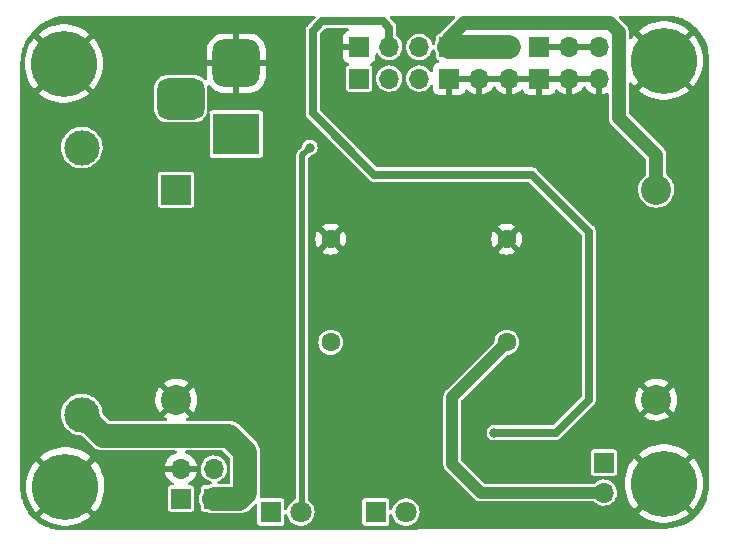
<source format=gbl>
G04 #@! TF.GenerationSoftware,KiCad,Pcbnew,(6.0.5)*
G04 #@! TF.CreationDate,2022-07-15T19:16:37+01:00*
G04 #@! TF.ProjectId,LED-RPi-PCB,4c45442d-5250-4692-9d50-43422e6b6963,rev?*
G04 #@! TF.SameCoordinates,Original*
G04 #@! TF.FileFunction,Copper,L2,Bot*
G04 #@! TF.FilePolarity,Positive*
%FSLAX46Y46*%
G04 Gerber Fmt 4.6, Leading zero omitted, Abs format (unit mm)*
G04 Created by KiCad (PCBNEW (6.0.5)) date 2022-07-15 19:16:37*
%MOMM*%
%LPD*%
G01*
G04 APERTURE LIST*
G04 Aperture macros list*
%AMRoundRect*
0 Rectangle with rounded corners*
0 $1 Rounding radius*
0 $2 $3 $4 $5 $6 $7 $8 $9 X,Y pos of 4 corners*
0 Add a 4 corners polygon primitive as box body*
4,1,4,$2,$3,$4,$5,$6,$7,$8,$9,$2,$3,0*
0 Add four circle primitives for the rounded corners*
1,1,$1+$1,$2,$3*
1,1,$1+$1,$4,$5*
1,1,$1+$1,$6,$7*
1,1,$1+$1,$8,$9*
0 Add four rect primitives between the rounded corners*
20,1,$1+$1,$2,$3,$4,$5,0*
20,1,$1+$1,$4,$5,$6,$7,0*
20,1,$1+$1,$6,$7,$8,$9,0*
20,1,$1+$1,$8,$9,$2,$3,0*%
G04 Aperture macros list end*
G04 #@! TA.AperFunction,ComponentPad*
%ADD10R,1.800000X1.800000*%
G04 #@! TD*
G04 #@! TA.AperFunction,ComponentPad*
%ADD11C,1.800000*%
G04 #@! TD*
G04 #@! TA.AperFunction,ComponentPad*
%ADD12C,3.000000*%
G04 #@! TD*
G04 #@! TA.AperFunction,ComponentPad*
%ADD13R,2.540000X2.540000*%
G04 #@! TD*
G04 #@! TA.AperFunction,ComponentPad*
%ADD14C,2.540000*%
G04 #@! TD*
G04 #@! TA.AperFunction,ComponentPad*
%ADD15C,1.600000*%
G04 #@! TD*
G04 #@! TA.AperFunction,ComponentPad*
%ADD16RoundRect,0.875000X-1.125000X0.875000X-1.125000X-0.875000X1.125000X-0.875000X1.125000X0.875000X0*%
G04 #@! TD*
G04 #@! TA.AperFunction,ComponentPad*
%ADD17RoundRect,1.000000X-1.000000X1.000000X-1.000000X-1.000000X1.000000X-1.000000X1.000000X1.000000X0*%
G04 #@! TD*
G04 #@! TA.AperFunction,ComponentPad*
%ADD18R,4.000000X3.500000*%
G04 #@! TD*
G04 #@! TA.AperFunction,ComponentPad*
%ADD19O,1.700000X1.700000*%
G04 #@! TD*
G04 #@! TA.AperFunction,ComponentPad*
%ADD20R,1.700000X1.700000*%
G04 #@! TD*
G04 #@! TA.AperFunction,ComponentPad*
%ADD21C,5.600000*%
G04 #@! TD*
G04 #@! TA.AperFunction,ViaPad*
%ADD22C,0.800000*%
G04 #@! TD*
G04 #@! TA.AperFunction,Conductor*
%ADD23C,2.000000*%
G04 #@! TD*
G04 #@! TA.AperFunction,Conductor*
%ADD24C,0.500000*%
G04 #@! TD*
G04 #@! TA.AperFunction,Conductor*
%ADD25C,1.000000*%
G04 #@! TD*
G04 #@! TA.AperFunction,Conductor*
%ADD26C,1.200000*%
G04 #@! TD*
G04 #@! TA.AperFunction,Conductor*
%ADD27C,0.700000*%
G04 #@! TD*
G04 APERTURE END LIST*
D10*
G04 #@! TO.P,D2,1*
G04 #@! TO.N,Net-(D2-Pad1)*
X106299000Y-125222000D03*
D11*
G04 #@! TO.P,D2,2*
G04 #@! TO.N,+5V*
X108839000Y-125222000D03*
G04 #@! TD*
G04 #@! TO.P,D3,2*
G04 #@! TO.N,StatusLED+*
X99949000Y-125222000D03*
D10*
G04 #@! TO.P,D3,1*
G04 #@! TO.N,Net-(D3-Pad1)*
X97409000Y-125222000D03*
G04 #@! TD*
D12*
G04 #@! TO.P,F1,2*
G04 #@! TO.N,VDC*
X81407000Y-94367000D03*
G04 #@! TO.P,F1,1*
G04 #@! TO.N,Net-(F1-Pad1)*
X81407000Y-116967000D03*
G04 #@! TD*
D13*
G04 #@! TO.P,U2,1*
G04 #@! TO.N,+12V*
X89408000Y-97917000D03*
D14*
G04 #@! TO.P,U2,2*
G04 #@! TO.N,GND*
X89408000Y-115697000D03*
G04 #@! TO.P,U2,4*
G04 #@! TO.N,+5V*
X130048000Y-97917000D03*
G04 #@! TO.P,U2,3*
G04 #@! TO.N,GND*
X130048000Y-115697000D03*
G04 #@! TD*
D15*
G04 #@! TO.P,U1,3*
G04 #@! TO.N,+5V*
X117389000Y-110858000D03*
G04 #@! TO.P,U1,1*
G04 #@! TO.N,+12V*
X102489000Y-110858000D03*
G04 #@! TO.P,U1,4*
G04 #@! TO.N,GND*
X117389000Y-102108000D03*
G04 #@! TO.P,U1,2*
X102489000Y-102108000D03*
G04 #@! TD*
D16*
G04 #@! TO.P,J7,3*
G04 #@! TO.N,N/C*
X89788000Y-90218000D03*
D17*
G04 #@! TO.P,J7,2*
G04 #@! TO.N,GND*
X94488000Y-87218000D03*
D18*
G04 #@! TO.P,J7,1*
G04 #@! TO.N,VDC*
X94488000Y-93218000D03*
G04 #@! TD*
D19*
G04 #@! TO.P,JP2,2*
G04 #@! TO.N,GND*
X89789000Y-121539000D03*
D20*
G04 #@! TO.P,JP2,1*
G04 #@! TO.N,Net-(JP2-Pad1)*
X89789000Y-124079000D03*
G04 #@! TD*
D19*
G04 #@! TO.P,JP1,2*
G04 #@! TO.N,+12V*
X92583000Y-121539000D03*
D20*
G04 #@! TO.P,JP1,1*
G04 #@! TO.N,Net-(F1-Pad1)*
X92583000Y-124079000D03*
G04 #@! TD*
D19*
G04 #@! TO.P,J8,3*
G04 #@! TO.N,GND*
X125222000Y-88519000D03*
G04 #@! TO.P,J8,2*
X122682000Y-88519000D03*
D20*
G04 #@! TO.P,J8,1*
X120142000Y-88519000D03*
G04 #@! TD*
D19*
G04 #@! TO.P,J6,3*
G04 #@! TO.N,+3V3*
X125222000Y-85852000D03*
G04 #@! TO.P,J6,2*
X122682000Y-85852000D03*
D20*
G04 #@! TO.P,J6,1*
X120142000Y-85852000D03*
G04 #@! TD*
D19*
G04 #@! TO.P,J5,3*
G04 #@! TO.N,+5V*
X117602000Y-85852000D03*
G04 #@! TO.P,J5,2*
X115062000Y-85852000D03*
D20*
G04 #@! TO.P,J5,1*
X112522000Y-85852000D03*
G04 #@! TD*
G04 #@! TO.P,J4,1*
G04 #@! TO.N,+12V*
X104902000Y-88519000D03*
D19*
G04 #@! TO.P,J4,2*
X107442000Y-88519000D03*
G04 #@! TO.P,J4,3*
X109982000Y-88519000D03*
G04 #@! TD*
G04 #@! TO.P,J3,3*
G04 #@! TO.N,GND*
X117602000Y-88519000D03*
G04 #@! TO.P,J3,2*
X115062000Y-88519000D03*
D20*
G04 #@! TO.P,J3,1*
X112522000Y-88519000D03*
G04 #@! TD*
D19*
G04 #@! TO.P,J2,3*
G04 #@! TO.N,StatusLED+*
X109982000Y-85852000D03*
G04 #@! TO.P,J2,2*
G04 #@! TO.N,PWM*
X107442000Y-85852000D03*
D20*
G04 #@! TO.P,J2,1*
G04 #@! TO.N,GND*
X104902000Y-85852000D03*
G04 #@! TD*
D19*
G04 #@! TO.P,J1,2*
G04 #@! TO.N,+5V*
X125603000Y-123571000D03*
D20*
G04 #@! TO.P,J1,1*
G04 #@! TO.N,/FAN_V-*
X125603000Y-121031000D03*
G04 #@! TD*
D21*
G04 #@! TO.P,H4,1*
G04 #@! TO.N,GND*
X80010000Y-123063000D03*
G04 #@! TD*
G04 #@! TO.P,H3,1*
G04 #@! TO.N,GND*
X130683000Y-122809000D03*
G04 #@! TD*
G04 #@! TO.P,H2,1*
G04 #@! TO.N,GND*
X79883000Y-87249000D03*
G04 #@! TD*
G04 #@! TO.P,H1,1*
G04 #@! TO.N,GND*
X130683000Y-86995000D03*
G04 #@! TD*
D22*
G04 #@! TO.N,GND*
X107315000Y-93091000D03*
X111887000Y-93091000D03*
X121031000Y-93091000D03*
X116459000Y-93091000D03*
X114173000Y-93091000D03*
X123317000Y-93091000D03*
X118745000Y-93091000D03*
X109601000Y-93091000D03*
X121031000Y-94996000D03*
X107315000Y-94996000D03*
X114173000Y-94996000D03*
X118745000Y-94996000D03*
X111887000Y-94996000D03*
X123317000Y-94996000D03*
X109601000Y-94996000D03*
X116459000Y-94996000D03*
X82931000Y-98425000D03*
X82931000Y-100795666D03*
X82931000Y-105536998D03*
X82931000Y-103166332D03*
X82931000Y-107907664D03*
X82931000Y-110278330D03*
X82931000Y-112649000D03*
X84963000Y-98425000D03*
X84963000Y-100795666D03*
X84963000Y-105536998D03*
X84963000Y-103166332D03*
X84963000Y-107907664D03*
X84963000Y-110278330D03*
X84963000Y-112649000D03*
X78740000Y-98425000D03*
X78740000Y-100795666D03*
X78740000Y-105536998D03*
X78740000Y-103166332D03*
X78740000Y-107907664D03*
X78740000Y-110278330D03*
X78740000Y-112649000D03*
G04 #@! TO.N,StatusLED+*
X100711000Y-94361000D03*
G04 #@! TO.N,GND*
X81026000Y-98425000D03*
X81026000Y-100795666D03*
X81026000Y-103166332D03*
X81026000Y-105536998D03*
X81026000Y-107907664D03*
X81026000Y-110278330D03*
X81026000Y-112649000D03*
X105664000Y-101981000D03*
X108458000Y-101981000D03*
X111125000Y-101981000D03*
X114300000Y-101981000D03*
X105664000Y-104648000D03*
X108458000Y-104648000D03*
X111125000Y-104648000D03*
X114300000Y-104648000D03*
X114300000Y-107188000D03*
X111125000Y-107188000D03*
X108458000Y-107188000D03*
X105664000Y-107188000D03*
X105664000Y-109601000D03*
X108458000Y-109601000D03*
X111125000Y-109601000D03*
X114300000Y-109601000D03*
X105664000Y-111887000D03*
X108458000Y-111887000D03*
X111125000Y-111887000D03*
X105664000Y-114427000D03*
X108458000Y-114427000D03*
X105664000Y-117221000D03*
X108458000Y-117221000D03*
X105664000Y-99695000D03*
X108458000Y-99695000D03*
X111125000Y-99695000D03*
X114300000Y-99695000D03*
X107315000Y-91313000D03*
X109601000Y-91313000D03*
X114173000Y-91313000D03*
X118745000Y-91313000D03*
X121031000Y-91313000D03*
X123317000Y-91313000D03*
X116459000Y-91313000D03*
X111887000Y-91313000D03*
G04 #@! TO.N,PWM*
X116332000Y-118491000D03*
G04 #@! TD*
D23*
G04 #@! TO.N,+5V*
X112522000Y-85852000D02*
X115062000Y-85852000D01*
X115062000Y-85852000D02*
X117602000Y-85852000D01*
D24*
X112522000Y-85090000D02*
X112522000Y-85852000D01*
D25*
X125603000Y-123571000D02*
X115189000Y-123571000D01*
X115189000Y-123571000D02*
X112776000Y-121158000D01*
X112776000Y-115471000D02*
X117389000Y-110858000D01*
X112776000Y-121158000D02*
X112776000Y-115471000D01*
D26*
X113792000Y-83820000D02*
X112522000Y-85090000D01*
X126111000Y-83820000D02*
X113792000Y-83820000D01*
X126872001Y-84581001D02*
X126111000Y-83820000D01*
X126872001Y-85216001D02*
X126872001Y-84581001D01*
X126873000Y-85217000D02*
X126872001Y-85216001D01*
X126873000Y-91821000D02*
X126873000Y-85217000D01*
X130048000Y-94996000D02*
X126873000Y-91821000D01*
X130048000Y-97917000D02*
X130048000Y-94996000D01*
D24*
G04 #@! TO.N,StatusLED+*
X100076000Y-125095000D02*
X99949000Y-125222000D01*
X100076000Y-94996000D02*
X100076000Y-125095000D01*
X100711000Y-94361000D02*
X100076000Y-94996000D01*
D23*
G04 #@! TO.N,Net-(F1-Pad1)*
X93853000Y-118745000D02*
X95250000Y-120142000D01*
X83185000Y-118745000D02*
X93853000Y-118745000D01*
X81407000Y-116967000D02*
X83185000Y-118745000D01*
X95250000Y-120142000D02*
X95250000Y-123571000D01*
X94742000Y-124079000D02*
X92583000Y-124079000D01*
X95250000Y-123571000D02*
X94742000Y-124079000D01*
D27*
G04 #@! TO.N,PWM*
X116332000Y-118491000D02*
X121539000Y-118491000D01*
X121539000Y-118491000D02*
X124333000Y-115697000D01*
X124333000Y-115697000D02*
X124333000Y-101473000D01*
X124333000Y-101473000D02*
X119507000Y-96647000D01*
X119507000Y-96647000D02*
X106172000Y-96647000D01*
X106172000Y-96647000D02*
X100965000Y-91440000D01*
X100965000Y-84455000D02*
X101763990Y-83656010D01*
X100965000Y-91440000D02*
X100965000Y-84455000D01*
X101763990Y-83656010D02*
X106897010Y-83656010D01*
X107442000Y-84201000D02*
X107442000Y-85852000D01*
X106897010Y-83656010D02*
X107442000Y-84201000D01*
D24*
G04 #@! TO.N,+3V3*
X120142000Y-85852000D02*
X122682000Y-85852000D01*
X122682000Y-85852000D02*
X125222000Y-85852000D01*
G04 #@! TD*
G04 #@! TA.AperFunction,Conductor*
G04 #@! TO.N,GND*
G36*
X101143537Y-83205502D02*
G01*
X101190030Y-83259158D01*
X101200134Y-83329432D01*
X101170640Y-83394012D01*
X101164512Y-83400595D01*
X100571406Y-83993702D01*
X100559021Y-84004564D01*
X100533866Y-84023866D01*
X100522057Y-84039255D01*
X100449923Y-84133262D01*
X100436970Y-84150142D01*
X100433810Y-84157772D01*
X100433809Y-84157773D01*
X100428660Y-84170205D01*
X100415693Y-84201510D01*
X100376059Y-84297194D01*
X100374982Y-84305378D01*
X100374981Y-84305380D01*
X100371191Y-84334168D01*
X100355284Y-84455000D01*
X100356362Y-84463188D01*
X100359422Y-84486432D01*
X100360500Y-84502878D01*
X100360500Y-91392122D01*
X100359422Y-91408567D01*
X100355284Y-91440000D01*
X100376059Y-91597806D01*
X100400575Y-91656991D01*
X100436970Y-91744858D01*
X100441997Y-91751409D01*
X100441998Y-91751411D01*
X100495000Y-91820483D01*
X100533866Y-91871134D01*
X100540416Y-91876160D01*
X100559018Y-91890434D01*
X100571409Y-91901301D01*
X105710695Y-97040587D01*
X105721562Y-97052977D01*
X105740866Y-97078134D01*
X105747416Y-97083160D01*
X105747419Y-97083163D01*
X105860589Y-97170002D01*
X105867142Y-97175030D01*
X105940668Y-97205485D01*
X106014194Y-97235941D01*
X106022378Y-97237018D01*
X106022380Y-97237019D01*
X106163812Y-97255638D01*
X106172000Y-97256716D01*
X106203433Y-97252578D01*
X106219878Y-97251500D01*
X119204418Y-97251500D01*
X119272539Y-97271502D01*
X119293513Y-97288405D01*
X123691595Y-101686487D01*
X123725621Y-101748799D01*
X123728500Y-101775582D01*
X123728500Y-115394418D01*
X123708498Y-115462539D01*
X123691595Y-115483513D01*
X121325513Y-117849595D01*
X121263201Y-117883621D01*
X121236418Y-117886500D01*
X116617778Y-117886500D01*
X116573624Y-117878317D01*
X116568274Y-117875484D01*
X116414633Y-117836892D01*
X116407034Y-117836852D01*
X116407033Y-117836852D01*
X116341181Y-117836507D01*
X116256221Y-117836062D01*
X116248841Y-117837834D01*
X116248839Y-117837834D01*
X116109563Y-117871271D01*
X116109560Y-117871272D01*
X116102184Y-117873043D01*
X115961414Y-117945700D01*
X115842039Y-118049838D01*
X115750950Y-118179444D01*
X115693406Y-118327037D01*
X115672729Y-118484096D01*
X115690113Y-118641553D01*
X115692723Y-118648684D01*
X115692723Y-118648686D01*
X115718914Y-118720255D01*
X115744553Y-118790319D01*
X115748789Y-118796622D01*
X115748789Y-118796623D01*
X115816228Y-118896982D01*
X115832908Y-118921805D01*
X115838527Y-118926918D01*
X115838528Y-118926919D01*
X115943231Y-119022191D01*
X115950076Y-119028419D01*
X116089293Y-119104008D01*
X116242522Y-119144207D01*
X116326477Y-119145526D01*
X116393319Y-119146576D01*
X116393322Y-119146576D01*
X116400916Y-119146695D01*
X116555332Y-119111329D01*
X116562118Y-119107916D01*
X116569262Y-119105344D01*
X116569731Y-119106647D01*
X116616705Y-119095500D01*
X121491122Y-119095500D01*
X121507567Y-119096578D01*
X121539000Y-119100716D01*
X121547188Y-119099638D01*
X121688620Y-119081019D01*
X121688622Y-119081018D01*
X121696806Y-119079941D01*
X121770332Y-119049485D01*
X121821191Y-119028419D01*
X121836227Y-119022191D01*
X121836228Y-119022190D01*
X121843858Y-119019030D01*
X121970134Y-118922134D01*
X121989434Y-118896982D01*
X122000301Y-118884591D01*
X123764450Y-117120442D01*
X128989303Y-117120442D01*
X128998017Y-117131962D01*
X129099394Y-117206296D01*
X129107293Y-117211232D01*
X129332901Y-117329930D01*
X129341450Y-117333647D01*
X129582113Y-117417690D01*
X129591122Y-117420104D01*
X129841572Y-117467654D01*
X129850827Y-117468708D01*
X130105557Y-117478717D01*
X130114871Y-117478391D01*
X130368270Y-117450640D01*
X130377447Y-117448939D01*
X130623960Y-117384037D01*
X130632780Y-117381000D01*
X130866997Y-117280373D01*
X130875269Y-117276066D01*
X131092036Y-117141927D01*
X131099579Y-117136447D01*
X131101272Y-117135014D01*
X131109710Y-117122211D01*
X131103645Y-117111855D01*
X130060812Y-116069022D01*
X130046868Y-116061408D01*
X130045035Y-116061539D01*
X130038420Y-116065790D01*
X128995961Y-117108249D01*
X128989303Y-117120442D01*
X123764450Y-117120442D01*
X124726591Y-116158301D01*
X124738982Y-116147434D01*
X124757584Y-116133160D01*
X124764134Y-116128134D01*
X124861030Y-116001858D01*
X124867100Y-115987205D01*
X124891484Y-115928334D01*
X124891485Y-115928332D01*
X124918782Y-115862432D01*
X124921941Y-115854806D01*
X124924455Y-115835715D01*
X124941638Y-115705188D01*
X124942716Y-115697000D01*
X124938578Y-115665567D01*
X124937885Y-115654999D01*
X128265849Y-115654999D01*
X128278080Y-115909619D01*
X128279217Y-115918879D01*
X128328947Y-116168894D01*
X128331441Y-116177887D01*
X128417578Y-116417797D01*
X128421378Y-116426332D01*
X128542031Y-116650877D01*
X128547045Y-116658748D01*
X128613154Y-116747279D01*
X128624414Y-116755729D01*
X128636832Y-116748958D01*
X129675978Y-115709812D01*
X129682356Y-115698132D01*
X130412408Y-115698132D01*
X130412539Y-115699965D01*
X130416790Y-115706580D01*
X131462386Y-116752176D01*
X131474766Y-116758936D01*
X131483107Y-116752692D01*
X131612391Y-116551697D01*
X131616838Y-116543506D01*
X131721536Y-116311085D01*
X131724731Y-116302307D01*
X131793923Y-116056968D01*
X131795781Y-116047839D01*
X131828144Y-115793444D01*
X131828625Y-115787158D01*
X131830903Y-115700160D01*
X131830752Y-115693851D01*
X131811747Y-115438110D01*
X131810370Y-115428904D01*
X131754109Y-115180262D01*
X131751385Y-115171351D01*
X131658990Y-114933758D01*
X131654979Y-114925349D01*
X131528482Y-114704027D01*
X131523269Y-114696298D01*
X131483633Y-114646019D01*
X131471709Y-114637549D01*
X131460174Y-114644036D01*
X130420022Y-115684188D01*
X130412408Y-115698132D01*
X129682356Y-115698132D01*
X129683592Y-115695868D01*
X129683461Y-115694035D01*
X129679210Y-115687420D01*
X128635119Y-114643329D01*
X128621811Y-114636062D01*
X128611772Y-114643184D01*
X128599433Y-114658020D01*
X128594018Y-114665612D01*
X128461776Y-114883540D01*
X128457538Y-114891857D01*
X128358961Y-115126935D01*
X128356000Y-115135785D01*
X128293255Y-115382849D01*
X128291633Y-115392046D01*
X128266094Y-115645673D01*
X128265849Y-115654999D01*
X124937885Y-115654999D01*
X124937500Y-115649122D01*
X124937500Y-114271357D01*
X128986770Y-114271357D01*
X128991343Y-114281133D01*
X130035188Y-115324978D01*
X130049132Y-115332592D01*
X130050965Y-115332461D01*
X130057580Y-115328210D01*
X131100790Y-114285000D01*
X131107174Y-114273310D01*
X131097762Y-114261199D01*
X130956776Y-114163392D01*
X130948741Y-114158659D01*
X130720106Y-114045909D01*
X130711473Y-114042421D01*
X130468675Y-113964701D01*
X130459624Y-113962528D01*
X130208009Y-113921550D01*
X130198720Y-113920738D01*
X129943828Y-113917401D01*
X129934517Y-113917971D01*
X129681927Y-113952347D01*
X129672808Y-113954285D01*
X129428084Y-114025616D01*
X129419331Y-114028888D01*
X129187837Y-114135608D01*
X129179682Y-114140128D01*
X128995907Y-114260616D01*
X128986770Y-114271357D01*
X124937500Y-114271357D01*
X124937500Y-101520878D01*
X124938578Y-101504432D01*
X124941638Y-101481188D01*
X124942716Y-101473000D01*
X124932174Y-101392923D01*
X124923019Y-101323380D01*
X124923018Y-101323378D01*
X124921941Y-101315194D01*
X124891485Y-101241668D01*
X124861030Y-101168142D01*
X124764134Y-101041866D01*
X124738982Y-101022566D01*
X124726591Y-101011699D01*
X119968301Y-96253409D01*
X119957434Y-96241018D01*
X119943160Y-96222416D01*
X119938134Y-96215866D01*
X119820170Y-96125348D01*
X119818411Y-96123998D01*
X119818409Y-96123997D01*
X119811858Y-96118970D01*
X119800437Y-96114239D01*
X119759947Y-96097468D01*
X119738332Y-96088515D01*
X119664806Y-96058059D01*
X119656622Y-96056982D01*
X119656620Y-96056981D01*
X119515188Y-96038362D01*
X119507000Y-96037284D01*
X119475568Y-96041422D01*
X119459122Y-96042500D01*
X106474582Y-96042500D01*
X106406461Y-96022498D01*
X106385487Y-96005595D01*
X101606405Y-91226513D01*
X101572379Y-91164201D01*
X101569500Y-91137418D01*
X101569500Y-84757583D01*
X101589502Y-84689462D01*
X101606405Y-84668487D01*
X101977479Y-84297414D01*
X102039791Y-84263389D01*
X102066574Y-84260510D01*
X103887576Y-84260510D01*
X103955697Y-84280512D01*
X104002190Y-84334168D01*
X104012294Y-84404442D01*
X103982800Y-84469022D01*
X103931806Y-84504492D01*
X103813946Y-84548676D01*
X103798351Y-84557214D01*
X103696276Y-84633715D01*
X103683715Y-84646276D01*
X103607214Y-84748351D01*
X103598676Y-84763946D01*
X103553522Y-84884394D01*
X103549895Y-84899649D01*
X103544369Y-84950514D01*
X103544000Y-84957328D01*
X103544000Y-85579885D01*
X103548475Y-85595124D01*
X103549865Y-85596329D01*
X103557548Y-85598000D01*
X105030000Y-85598000D01*
X105098121Y-85618002D01*
X105144614Y-85671658D01*
X105156000Y-85724000D01*
X105156000Y-85980000D01*
X105135998Y-86048121D01*
X105082342Y-86094614D01*
X105030000Y-86106000D01*
X103562116Y-86106000D01*
X103546877Y-86110475D01*
X103545672Y-86111865D01*
X103544001Y-86119548D01*
X103544001Y-86746669D01*
X103544371Y-86753490D01*
X103549895Y-86804352D01*
X103553521Y-86819604D01*
X103598676Y-86940054D01*
X103607214Y-86955649D01*
X103683715Y-87057724D01*
X103696276Y-87070285D01*
X103798351Y-87146786D01*
X103813946Y-87155324D01*
X103938130Y-87201879D01*
X103994894Y-87244521D01*
X104019594Y-87311082D01*
X104004386Y-87380431D01*
X103956058Y-87428598D01*
X103952699Y-87429266D01*
X103942472Y-87436100D01*
X103942469Y-87436101D01*
X103888744Y-87472000D01*
X103868516Y-87485516D01*
X103812266Y-87569699D01*
X103797500Y-87643933D01*
X103797501Y-89394066D01*
X103812266Y-89468301D01*
X103819161Y-89478620D01*
X103819162Y-89478622D01*
X103859516Y-89539015D01*
X103868516Y-89552484D01*
X103952699Y-89608734D01*
X104026933Y-89623500D01*
X104901858Y-89623500D01*
X105777066Y-89623499D01*
X105812818Y-89616388D01*
X105839126Y-89611156D01*
X105839128Y-89611155D01*
X105851301Y-89608734D01*
X105861621Y-89601839D01*
X105861622Y-89601838D01*
X105925168Y-89559377D01*
X105935484Y-89552484D01*
X105991734Y-89468301D01*
X106006500Y-89394067D01*
X106006499Y-88489964D01*
X106333148Y-88489964D01*
X106346424Y-88692522D01*
X106347845Y-88698118D01*
X106347846Y-88698123D01*
X106372422Y-88794889D01*
X106396392Y-88889269D01*
X106398809Y-88894512D01*
X106434545Y-88972029D01*
X106481377Y-89073616D01*
X106484710Y-89078332D01*
X106588384Y-89225028D01*
X106598533Y-89239389D01*
X106743938Y-89381035D01*
X106912720Y-89493812D01*
X106918023Y-89496090D01*
X106918026Y-89496092D01*
X107085742Y-89568148D01*
X107099228Y-89573942D01*
X107172244Y-89590464D01*
X107291579Y-89617467D01*
X107291584Y-89617468D01*
X107297216Y-89618742D01*
X107302987Y-89618969D01*
X107302989Y-89618969D01*
X107362756Y-89621317D01*
X107500053Y-89626712D01*
X107607348Y-89611155D01*
X107695231Y-89598413D01*
X107695236Y-89598412D01*
X107700945Y-89597584D01*
X107706409Y-89595729D01*
X107706414Y-89595728D01*
X107887693Y-89534192D01*
X107887698Y-89534190D01*
X107893165Y-89532334D01*
X108070276Y-89433147D01*
X108082851Y-89422689D01*
X108197696Y-89327172D01*
X108226345Y-89303345D01*
X108330697Y-89177876D01*
X108352453Y-89151718D01*
X108352455Y-89151715D01*
X108356147Y-89147276D01*
X108440784Y-88996146D01*
X108452510Y-88975208D01*
X108452511Y-88975206D01*
X108455334Y-88970165D01*
X108457190Y-88964698D01*
X108457192Y-88964693D01*
X108518728Y-88783414D01*
X108518729Y-88783409D01*
X108520584Y-88777945D01*
X108521412Y-88772236D01*
X108521413Y-88772231D01*
X108549179Y-88580727D01*
X108549712Y-88577053D01*
X108551232Y-88519000D01*
X108535807Y-88351125D01*
X108533187Y-88322613D01*
X108533186Y-88322610D01*
X108532658Y-88316859D01*
X108527303Y-88297871D01*
X108479125Y-88127046D01*
X108479124Y-88127044D01*
X108477557Y-88121487D01*
X108466978Y-88100033D01*
X108390331Y-87944609D01*
X108387776Y-87939428D01*
X108266320Y-87776779D01*
X108117258Y-87638987D01*
X108112375Y-87635906D01*
X108112371Y-87635903D01*
X107950464Y-87533748D01*
X107945581Y-87530667D01*
X107757039Y-87455446D01*
X107751379Y-87454320D01*
X107751375Y-87454319D01*
X107563613Y-87416971D01*
X107563610Y-87416971D01*
X107557946Y-87415844D01*
X107552171Y-87415768D01*
X107552167Y-87415768D01*
X107450793Y-87414441D01*
X107354971Y-87413187D01*
X107349274Y-87414166D01*
X107349273Y-87414166D01*
X107251620Y-87430946D01*
X107154910Y-87447564D01*
X106964463Y-87517824D01*
X106790010Y-87621612D01*
X106785670Y-87625418D01*
X106785666Y-87625421D01*
X106671427Y-87725607D01*
X106637392Y-87755455D01*
X106511720Y-87914869D01*
X106509031Y-87919980D01*
X106509029Y-87919983D01*
X106496073Y-87944609D01*
X106417203Y-88094515D01*
X106357007Y-88288378D01*
X106333148Y-88489964D01*
X106006499Y-88489964D01*
X106006499Y-87643934D01*
X105997485Y-87598613D01*
X105994156Y-87581874D01*
X105994155Y-87581872D01*
X105991734Y-87569699D01*
X105973336Y-87542164D01*
X105942377Y-87495832D01*
X105935484Y-87485516D01*
X105851301Y-87429266D01*
X105851963Y-87428275D01*
X105806603Y-87391725D01*
X105784180Y-87324362D01*
X105801736Y-87255571D01*
X105853697Y-87207190D01*
X105865870Y-87201879D01*
X105990054Y-87155324D01*
X106005649Y-87146786D01*
X106107724Y-87070285D01*
X106120285Y-87057724D01*
X106196786Y-86955649D01*
X106205324Y-86940054D01*
X106250478Y-86819606D01*
X106254105Y-86804351D01*
X106259631Y-86753486D01*
X106260000Y-86746672D01*
X106260000Y-86489976D01*
X106280002Y-86421855D01*
X106333658Y-86375362D01*
X106403932Y-86365258D01*
X106468512Y-86394752D01*
X106488895Y-86417254D01*
X106598533Y-86572389D01*
X106743938Y-86714035D01*
X106748742Y-86717245D01*
X106802980Y-86753486D01*
X106912720Y-86826812D01*
X106918023Y-86829090D01*
X106918026Y-86829092D01*
X107065327Y-86892377D01*
X107099228Y-86906942D01*
X107172244Y-86923464D01*
X107291579Y-86950467D01*
X107291584Y-86950468D01*
X107297216Y-86951742D01*
X107302987Y-86951969D01*
X107302989Y-86951969D01*
X107362756Y-86954317D01*
X107500053Y-86959712D01*
X107600499Y-86945148D01*
X107695231Y-86931413D01*
X107695236Y-86931412D01*
X107700945Y-86930584D01*
X107706409Y-86928729D01*
X107706414Y-86928728D01*
X107887693Y-86867192D01*
X107887698Y-86867190D01*
X107893165Y-86865334D01*
X107920366Y-86850101D01*
X107974822Y-86819604D01*
X108070276Y-86766147D01*
X108076291Y-86761145D01*
X108211489Y-86648701D01*
X108226345Y-86636345D01*
X108333008Y-86508098D01*
X108352453Y-86484718D01*
X108352455Y-86484715D01*
X108356147Y-86480276D01*
X108455334Y-86303165D01*
X108457190Y-86297698D01*
X108457192Y-86297693D01*
X108518728Y-86116414D01*
X108518729Y-86116409D01*
X108520584Y-86110945D01*
X108521412Y-86105236D01*
X108521413Y-86105231D01*
X108546071Y-85935163D01*
X108549712Y-85910053D01*
X108551232Y-85852000D01*
X108539471Y-85724000D01*
X108533187Y-85655613D01*
X108533186Y-85655610D01*
X108532658Y-85649859D01*
X108531090Y-85644299D01*
X108479125Y-85460046D01*
X108479124Y-85460044D01*
X108477557Y-85454487D01*
X108472932Y-85445107D01*
X108390331Y-85277609D01*
X108387776Y-85272428D01*
X108382468Y-85265319D01*
X108314829Y-85174740D01*
X108266320Y-85109779D01*
X108117258Y-84971987D01*
X108112375Y-84968906D01*
X108112371Y-84968903D01*
X108105265Y-84964420D01*
X108058326Y-84911153D01*
X108046500Y-84857858D01*
X108046500Y-84248871D01*
X108047578Y-84232426D01*
X108050637Y-84209189D01*
X108051715Y-84201000D01*
X108046500Y-84161385D01*
X108046500Y-84161381D01*
X108040630Y-84116798D01*
X108030941Y-84043193D01*
X107982575Y-83926429D01*
X107970030Y-83896142D01*
X107873134Y-83769866D01*
X107847982Y-83750566D01*
X107835591Y-83739699D01*
X107496487Y-83400595D01*
X107462461Y-83338283D01*
X107467526Y-83267468D01*
X107510073Y-83210632D01*
X107576593Y-83185821D01*
X107585582Y-83185500D01*
X112913864Y-83185500D01*
X112981985Y-83205502D01*
X113028478Y-83259158D01*
X113038582Y-83329432D01*
X113009088Y-83394012D01*
X113002959Y-83400595D01*
X111884978Y-84518576D01*
X111882841Y-84521234D01*
X111882840Y-84521235D01*
X111853913Y-84557214D01*
X111797880Y-84626905D01*
X111794847Y-84633015D01*
X111772752Y-84677525D01*
X111724547Y-84729648D01*
X111659892Y-84747501D01*
X111646934Y-84747501D01*
X111611182Y-84754612D01*
X111584874Y-84759844D01*
X111584872Y-84759845D01*
X111572699Y-84762266D01*
X111562379Y-84769161D01*
X111562378Y-84769162D01*
X111522644Y-84795712D01*
X111488516Y-84818516D01*
X111432266Y-84902699D01*
X111417500Y-84976933D01*
X111417500Y-85220423D01*
X111406873Y-85271068D01*
X111328218Y-85450248D01*
X111326908Y-85455705D01*
X111297539Y-85578034D01*
X111262187Y-85639603D01*
X111199160Y-85672286D01*
X111128469Y-85665705D01*
X111072558Y-85621951D01*
X111053751Y-85582821D01*
X111019126Y-85460048D01*
X111019124Y-85460042D01*
X111017557Y-85454487D01*
X111012932Y-85445107D01*
X110930331Y-85277609D01*
X110927776Y-85272428D01*
X110922468Y-85265319D01*
X110854829Y-85174740D01*
X110806320Y-85109779D01*
X110657258Y-84971987D01*
X110652375Y-84968906D01*
X110652371Y-84968903D01*
X110490464Y-84866748D01*
X110485581Y-84863667D01*
X110297039Y-84788446D01*
X110291379Y-84787320D01*
X110291375Y-84787319D01*
X110103613Y-84749971D01*
X110103610Y-84749971D01*
X110097946Y-84748844D01*
X110092171Y-84748768D01*
X110092167Y-84748768D01*
X109990793Y-84747441D01*
X109894971Y-84746187D01*
X109889274Y-84747166D01*
X109889273Y-84747166D01*
X109815492Y-84759844D01*
X109694910Y-84780564D01*
X109504463Y-84850824D01*
X109499502Y-84853776D01*
X109499501Y-84853776D01*
X109495462Y-84856179D01*
X109330010Y-84954612D01*
X109325670Y-84958418D01*
X109325666Y-84958421D01*
X109273833Y-85003878D01*
X109177392Y-85088455D01*
X109173817Y-85092990D01*
X109173816Y-85092991D01*
X109161512Y-85108599D01*
X109051720Y-85247869D01*
X109049031Y-85252980D01*
X109049029Y-85252983D01*
X109031691Y-85285937D01*
X108957203Y-85427515D01*
X108935596Y-85497102D01*
X108900982Y-85608578D01*
X108897007Y-85621378D01*
X108873148Y-85822964D01*
X108886424Y-86025522D01*
X108887845Y-86031118D01*
X108887846Y-86031123D01*
X108918501Y-86151823D01*
X108936392Y-86222269D01*
X108938809Y-86227512D01*
X108973780Y-86303371D01*
X109021377Y-86406616D01*
X109024710Y-86411332D01*
X109103660Y-86523044D01*
X109138533Y-86572389D01*
X109283938Y-86714035D01*
X109288742Y-86717245D01*
X109342980Y-86753486D01*
X109452720Y-86826812D01*
X109458023Y-86829090D01*
X109458026Y-86829092D01*
X109605327Y-86892377D01*
X109639228Y-86906942D01*
X109712244Y-86923464D01*
X109831579Y-86950467D01*
X109831584Y-86950468D01*
X109837216Y-86951742D01*
X109842987Y-86951969D01*
X109842989Y-86951969D01*
X109902756Y-86954317D01*
X110040053Y-86959712D01*
X110140499Y-86945148D01*
X110235231Y-86931413D01*
X110235236Y-86931412D01*
X110240945Y-86930584D01*
X110246409Y-86928729D01*
X110246414Y-86928728D01*
X110427693Y-86867192D01*
X110427698Y-86867190D01*
X110433165Y-86865334D01*
X110460366Y-86850101D01*
X110514822Y-86819604D01*
X110610276Y-86766147D01*
X110616291Y-86761145D01*
X110751489Y-86648701D01*
X110766345Y-86636345D01*
X110873008Y-86508098D01*
X110892453Y-86484718D01*
X110892455Y-86484715D01*
X110896147Y-86480276D01*
X110995334Y-86303165D01*
X110997190Y-86297698D01*
X110997192Y-86297693D01*
X111055226Y-86126729D01*
X111096063Y-86068652D01*
X111161816Y-86041874D01*
X111231608Y-86054895D01*
X111283281Y-86103582D01*
X111294968Y-86130180D01*
X111355800Y-86327917D01*
X111358370Y-86332897D01*
X111358372Y-86332901D01*
X111403467Y-86420270D01*
X111417501Y-86478060D01*
X111417501Y-86727066D01*
X111432266Y-86801301D01*
X111439161Y-86811620D01*
X111439162Y-86811622D01*
X111477032Y-86868297D01*
X111488516Y-86885484D01*
X111498832Y-86892377D01*
X111572699Y-86941734D01*
X111572037Y-86942725D01*
X111617397Y-86979275D01*
X111639820Y-87046638D01*
X111622264Y-87115429D01*
X111570303Y-87163810D01*
X111558130Y-87169121D01*
X111433946Y-87215676D01*
X111418351Y-87224214D01*
X111316276Y-87300715D01*
X111303715Y-87313276D01*
X111227214Y-87415351D01*
X111218676Y-87430946D01*
X111173522Y-87551394D01*
X111169895Y-87566649D01*
X111164369Y-87617514D01*
X111164000Y-87624328D01*
X111164000Y-87879160D01*
X111143998Y-87947281D01*
X111090342Y-87993774D01*
X111020068Y-88003878D01*
X110955488Y-87974384D01*
X110930567Y-87944994D01*
X110930331Y-87944608D01*
X110927776Y-87939428D01*
X110806320Y-87776779D01*
X110657258Y-87638987D01*
X110652375Y-87635906D01*
X110652371Y-87635903D01*
X110490464Y-87533748D01*
X110485581Y-87530667D01*
X110297039Y-87455446D01*
X110291379Y-87454320D01*
X110291375Y-87454319D01*
X110103613Y-87416971D01*
X110103610Y-87416971D01*
X110097946Y-87415844D01*
X110092171Y-87415768D01*
X110092167Y-87415768D01*
X109990793Y-87414441D01*
X109894971Y-87413187D01*
X109889274Y-87414166D01*
X109889273Y-87414166D01*
X109791620Y-87430946D01*
X109694910Y-87447564D01*
X109504463Y-87517824D01*
X109330010Y-87621612D01*
X109325670Y-87625418D01*
X109325666Y-87625421D01*
X109211427Y-87725607D01*
X109177392Y-87755455D01*
X109051720Y-87914869D01*
X109049031Y-87919980D01*
X109049029Y-87919983D01*
X109036073Y-87944609D01*
X108957203Y-88094515D01*
X108897007Y-88288378D01*
X108873148Y-88489964D01*
X108886424Y-88692522D01*
X108887845Y-88698118D01*
X108887846Y-88698123D01*
X108912422Y-88794889D01*
X108936392Y-88889269D01*
X108938809Y-88894512D01*
X108974545Y-88972029D01*
X109021377Y-89073616D01*
X109024710Y-89078332D01*
X109128384Y-89225028D01*
X109138533Y-89239389D01*
X109283938Y-89381035D01*
X109452720Y-89493812D01*
X109458023Y-89496090D01*
X109458026Y-89496092D01*
X109625742Y-89568148D01*
X109639228Y-89573942D01*
X109712244Y-89590464D01*
X109831579Y-89617467D01*
X109831584Y-89617468D01*
X109837216Y-89618742D01*
X109842987Y-89618969D01*
X109842989Y-89618969D01*
X109902756Y-89621317D01*
X110040053Y-89626712D01*
X110147348Y-89611155D01*
X110235231Y-89598413D01*
X110235236Y-89598412D01*
X110240945Y-89597584D01*
X110246409Y-89595729D01*
X110246414Y-89595728D01*
X110427693Y-89534192D01*
X110427698Y-89534190D01*
X110433165Y-89532334D01*
X110610276Y-89433147D01*
X110622851Y-89422689D01*
X110737696Y-89327172D01*
X110766345Y-89303345D01*
X110870697Y-89177876D01*
X110892453Y-89151718D01*
X110892455Y-89151715D01*
X110896147Y-89147276D01*
X110898969Y-89142236D01*
X110898973Y-89142231D01*
X110928067Y-89090279D01*
X110978804Y-89040617D01*
X111048335Y-89026270D01*
X111114586Y-89051791D01*
X111156522Y-89109080D01*
X111164001Y-89151845D01*
X111164001Y-89413669D01*
X111164371Y-89420490D01*
X111169895Y-89471352D01*
X111173521Y-89486604D01*
X111218676Y-89607054D01*
X111227214Y-89622649D01*
X111303715Y-89724724D01*
X111316276Y-89737285D01*
X111418351Y-89813786D01*
X111433946Y-89822324D01*
X111554394Y-89867478D01*
X111569649Y-89871105D01*
X111620514Y-89876631D01*
X111627328Y-89877000D01*
X112249885Y-89877000D01*
X112265124Y-89872525D01*
X112266329Y-89871135D01*
X112268000Y-89863452D01*
X112268000Y-89858884D01*
X112776000Y-89858884D01*
X112780475Y-89874123D01*
X112781865Y-89875328D01*
X112789548Y-89876999D01*
X113416669Y-89876999D01*
X113423490Y-89876629D01*
X113474352Y-89871105D01*
X113489604Y-89867479D01*
X113610054Y-89822324D01*
X113625649Y-89813786D01*
X113727724Y-89737285D01*
X113740285Y-89724724D01*
X113816786Y-89622649D01*
X113825325Y-89607052D01*
X113866425Y-89497418D01*
X113909066Y-89440653D01*
X113975628Y-89415953D01*
X114044977Y-89431160D01*
X114079645Y-89459150D01*
X114105219Y-89488674D01*
X114112580Y-89495883D01*
X114276434Y-89631916D01*
X114284881Y-89637831D01*
X114468756Y-89745279D01*
X114478042Y-89749729D01*
X114677001Y-89825703D01*
X114686899Y-89828579D01*
X114790250Y-89849606D01*
X114804299Y-89848410D01*
X114808000Y-89838065D01*
X114808000Y-89837517D01*
X115316000Y-89837517D01*
X115320064Y-89851359D01*
X115333478Y-89853393D01*
X115340184Y-89852534D01*
X115350262Y-89850392D01*
X115554255Y-89789191D01*
X115563842Y-89785433D01*
X115755095Y-89691739D01*
X115763945Y-89686464D01*
X115937328Y-89562792D01*
X115945200Y-89556139D01*
X116096052Y-89405812D01*
X116102730Y-89397965D01*
X116230022Y-89220819D01*
X116231147Y-89221627D01*
X116278669Y-89177876D01*
X116348607Y-89165661D01*
X116414046Y-89193197D01*
X116441870Y-89225028D01*
X116499690Y-89319383D01*
X116505777Y-89327699D01*
X116645213Y-89488667D01*
X116652580Y-89495883D01*
X116816434Y-89631916D01*
X116824881Y-89637831D01*
X117008756Y-89745279D01*
X117018042Y-89749729D01*
X117217001Y-89825703D01*
X117226899Y-89828579D01*
X117330250Y-89849606D01*
X117344299Y-89848410D01*
X117348000Y-89838065D01*
X117348000Y-89837517D01*
X117856000Y-89837517D01*
X117860064Y-89851359D01*
X117873478Y-89853393D01*
X117880184Y-89852534D01*
X117890262Y-89850392D01*
X118094255Y-89789191D01*
X118103842Y-89785433D01*
X118295095Y-89691739D01*
X118303945Y-89686464D01*
X118477328Y-89562792D01*
X118485200Y-89556139D01*
X118590286Y-89451418D01*
X118652657Y-89417501D01*
X118723464Y-89422689D01*
X118780226Y-89465335D01*
X118797208Y-89496439D01*
X118838675Y-89607052D01*
X118847214Y-89622649D01*
X118923715Y-89724724D01*
X118936276Y-89737285D01*
X119038351Y-89813786D01*
X119053946Y-89822324D01*
X119174394Y-89867478D01*
X119189649Y-89871105D01*
X119240514Y-89876631D01*
X119247328Y-89877000D01*
X119869885Y-89877000D01*
X119885124Y-89872525D01*
X119886329Y-89871135D01*
X119888000Y-89863452D01*
X119888000Y-89858884D01*
X120396000Y-89858884D01*
X120400475Y-89874123D01*
X120401865Y-89875328D01*
X120409548Y-89876999D01*
X121036669Y-89876999D01*
X121043490Y-89876629D01*
X121094352Y-89871105D01*
X121109604Y-89867479D01*
X121230054Y-89822324D01*
X121245649Y-89813786D01*
X121347724Y-89737285D01*
X121360285Y-89724724D01*
X121436786Y-89622649D01*
X121445325Y-89607052D01*
X121486425Y-89497418D01*
X121529066Y-89440653D01*
X121595628Y-89415953D01*
X121664977Y-89431160D01*
X121699645Y-89459150D01*
X121725219Y-89488674D01*
X121732580Y-89495883D01*
X121896434Y-89631916D01*
X121904881Y-89637831D01*
X122088756Y-89745279D01*
X122098042Y-89749729D01*
X122297001Y-89825703D01*
X122306899Y-89828579D01*
X122410250Y-89849606D01*
X122424299Y-89848410D01*
X122428000Y-89838065D01*
X122428000Y-89837517D01*
X122936000Y-89837517D01*
X122940064Y-89851359D01*
X122953478Y-89853393D01*
X122960184Y-89852534D01*
X122970262Y-89850392D01*
X123174255Y-89789191D01*
X123183842Y-89785433D01*
X123375095Y-89691739D01*
X123383945Y-89686464D01*
X123557328Y-89562792D01*
X123565200Y-89556139D01*
X123716052Y-89405812D01*
X123722730Y-89397965D01*
X123850022Y-89220819D01*
X123851147Y-89221627D01*
X123898669Y-89177876D01*
X123968607Y-89165661D01*
X124034046Y-89193197D01*
X124061870Y-89225028D01*
X124119690Y-89319383D01*
X124125777Y-89327699D01*
X124265213Y-89488667D01*
X124272580Y-89495883D01*
X124436434Y-89631916D01*
X124444881Y-89637831D01*
X124628756Y-89745279D01*
X124638042Y-89749729D01*
X124837001Y-89825703D01*
X124846899Y-89828579D01*
X124950250Y-89849606D01*
X124964299Y-89848410D01*
X124968000Y-89838065D01*
X124968000Y-88791115D01*
X124963525Y-88775876D01*
X124962135Y-88774671D01*
X124954452Y-88773000D01*
X122954115Y-88773000D01*
X122938876Y-88777475D01*
X122937671Y-88778865D01*
X122936000Y-88786548D01*
X122936000Y-89837517D01*
X122428000Y-89837517D01*
X122428000Y-88791115D01*
X122423525Y-88775876D01*
X122422135Y-88774671D01*
X122414452Y-88773000D01*
X120414115Y-88773000D01*
X120398876Y-88777475D01*
X120397671Y-88778865D01*
X120396000Y-88786548D01*
X120396000Y-89858884D01*
X119888000Y-89858884D01*
X119888000Y-88791115D01*
X119883525Y-88775876D01*
X119882135Y-88774671D01*
X119874452Y-88773000D01*
X117874115Y-88773000D01*
X117858876Y-88777475D01*
X117857671Y-88778865D01*
X117856000Y-88786548D01*
X117856000Y-89837517D01*
X117348000Y-89837517D01*
X117348000Y-88791115D01*
X117343525Y-88775876D01*
X117342135Y-88774671D01*
X117334452Y-88773000D01*
X115334115Y-88773000D01*
X115318876Y-88777475D01*
X115317671Y-88778865D01*
X115316000Y-88786548D01*
X115316000Y-89837517D01*
X114808000Y-89837517D01*
X114808000Y-88791115D01*
X114803525Y-88775876D01*
X114802135Y-88774671D01*
X114794452Y-88773000D01*
X112794115Y-88773000D01*
X112778876Y-88777475D01*
X112777671Y-88778865D01*
X112776000Y-88786548D01*
X112776000Y-89858884D01*
X112268000Y-89858884D01*
X112268000Y-88391000D01*
X112288002Y-88322879D01*
X112341658Y-88276386D01*
X112394000Y-88265000D01*
X125350000Y-88265000D01*
X125418121Y-88285002D01*
X125464614Y-88338658D01*
X125476000Y-88391000D01*
X125476000Y-89837517D01*
X125480064Y-89851359D01*
X125493478Y-89853393D01*
X125500184Y-89852534D01*
X125510262Y-89850392D01*
X125714255Y-89789191D01*
X125723847Y-89785431D01*
X125837068Y-89729965D01*
X125907042Y-89717958D01*
X125972399Y-89745688D01*
X126012389Y-89804351D01*
X126018500Y-89843116D01*
X126018500Y-91779762D01*
X126018058Y-91790305D01*
X126013717Y-91842000D01*
X126020851Y-91895460D01*
X126024413Y-91922157D01*
X126024779Y-91925186D01*
X126033512Y-92005573D01*
X126035687Y-92012036D01*
X126036378Y-92015177D01*
X126036457Y-92015623D01*
X126036476Y-92015707D01*
X126036607Y-92016156D01*
X126037369Y-92019259D01*
X126038272Y-92026029D01*
X126040608Y-92032447D01*
X126065926Y-92102007D01*
X126066943Y-92104911D01*
X126092730Y-92181535D01*
X126096246Y-92187387D01*
X126097592Y-92190300D01*
X126097770Y-92190733D01*
X126097797Y-92190789D01*
X126098016Y-92191190D01*
X126099436Y-92194077D01*
X126101771Y-92200491D01*
X126105424Y-92206248D01*
X126105426Y-92206251D01*
X126145083Y-92268739D01*
X126146699Y-92271355D01*
X126188351Y-92340677D01*
X126193037Y-92345633D01*
X126194992Y-92348208D01*
X126195513Y-92348957D01*
X126198480Y-92352880D01*
X126201253Y-92357249D01*
X126205050Y-92361495D01*
X126258783Y-92415228D01*
X126261236Y-92417750D01*
X126315916Y-92475572D01*
X126321557Y-92479406D01*
X126326758Y-92483832D01*
X126326417Y-92484232D01*
X126334363Y-92490808D01*
X129156595Y-95313041D01*
X129190621Y-95375353D01*
X129193500Y-95402136D01*
X129193500Y-96583899D01*
X129173498Y-96652020D01*
X129148233Y-96678766D01*
X129149151Y-96679840D01*
X128966682Y-96835682D01*
X128810840Y-97018151D01*
X128685460Y-97222751D01*
X128683567Y-97227321D01*
X128683566Y-97227323D01*
X128679550Y-97237019D01*
X128593631Y-97444447D01*
X128592476Y-97449259D01*
X128538768Y-97672965D01*
X128538767Y-97672971D01*
X128537613Y-97677778D01*
X128518786Y-97917000D01*
X128537613Y-98156222D01*
X128538767Y-98161029D01*
X128538768Y-98161035D01*
X128574043Y-98307963D01*
X128593631Y-98389553D01*
X128685460Y-98611249D01*
X128810840Y-98815849D01*
X128966682Y-98998318D01*
X129149151Y-99154160D01*
X129353751Y-99279540D01*
X129358321Y-99281433D01*
X129358323Y-99281434D01*
X129548405Y-99360168D01*
X129575447Y-99371369D01*
X129657037Y-99390957D01*
X129803965Y-99426232D01*
X129803971Y-99426233D01*
X129808778Y-99427387D01*
X130048000Y-99446214D01*
X130287222Y-99427387D01*
X130292029Y-99426233D01*
X130292035Y-99426232D01*
X130438963Y-99390957D01*
X130520553Y-99371369D01*
X130547595Y-99360168D01*
X130737677Y-99281434D01*
X130737679Y-99281433D01*
X130742249Y-99279540D01*
X130946849Y-99154160D01*
X131129318Y-98998318D01*
X131285160Y-98815849D01*
X131410540Y-98611249D01*
X131502369Y-98389553D01*
X131521957Y-98307963D01*
X131557232Y-98161035D01*
X131557233Y-98161029D01*
X131558387Y-98156222D01*
X131577214Y-97917000D01*
X131558387Y-97677778D01*
X131557233Y-97672971D01*
X131557232Y-97672965D01*
X131503524Y-97449259D01*
X131502369Y-97444447D01*
X131416450Y-97237019D01*
X131412434Y-97227323D01*
X131412433Y-97227321D01*
X131410540Y-97222751D01*
X131285160Y-97018151D01*
X131129318Y-96835682D01*
X130946849Y-96679840D01*
X130948411Y-96678011D01*
X130911094Y-96629635D01*
X130902500Y-96583899D01*
X130902500Y-95037228D01*
X130902942Y-95026685D01*
X130903795Y-95016523D01*
X130907282Y-94975000D01*
X130906380Y-94968241D01*
X130906380Y-94968236D01*
X130896594Y-94894892D01*
X130896224Y-94891838D01*
X130888225Y-94818214D01*
X130887488Y-94811427D01*
X130885310Y-94804955D01*
X130884619Y-94801812D01*
X130884538Y-94801355D01*
X130884529Y-94801316D01*
X130884395Y-94800854D01*
X130883630Y-94797741D01*
X130882727Y-94790971D01*
X130855064Y-94714966D01*
X130854066Y-94712116D01*
X130843594Y-94681000D01*
X130828270Y-94635465D01*
X130824754Y-94629613D01*
X130823413Y-94626711D01*
X130823230Y-94626268D01*
X130823204Y-94626213D01*
X130822992Y-94625823D01*
X130821561Y-94622916D01*
X130819229Y-94616508D01*
X130775908Y-94548245D01*
X130774292Y-94545630D01*
X130736161Y-94482168D01*
X130732649Y-94476323D01*
X130727963Y-94471367D01*
X130726008Y-94468792D01*
X130725487Y-94468043D01*
X130722520Y-94464120D01*
X130719747Y-94459751D01*
X130715950Y-94455505D01*
X130662217Y-94401772D01*
X130659764Y-94399250D01*
X130609773Y-94346386D01*
X130609771Y-94346384D01*
X130605084Y-94341428D01*
X130599443Y-94337594D01*
X130594242Y-94333168D01*
X130594583Y-94332768D01*
X130586637Y-94326192D01*
X127764405Y-91503959D01*
X127730379Y-91441647D01*
X127727500Y-91414864D01*
X127727500Y-89511381D01*
X128532160Y-89511381D01*
X128532237Y-89512470D01*
X128534698Y-89516206D01*
X128808632Y-89726404D01*
X128814262Y-89730259D01*
X129114591Y-89912862D01*
X129120593Y-89916080D01*
X129438897Y-90065184D01*
X129445202Y-90067732D01*
X129777743Y-90181587D01*
X129784313Y-90183446D01*
X130127183Y-90260714D01*
X130133912Y-90261853D01*
X130483143Y-90301643D01*
X130489933Y-90302046D01*
X130841419Y-90303886D01*
X130848220Y-90303554D01*
X131197853Y-90267423D01*
X131204581Y-90266357D01*
X131548274Y-90192676D01*
X131554822Y-90190897D01*
X131888549Y-90080527D01*
X131894891Y-90078041D01*
X132214718Y-89932288D01*
X132220777Y-89929121D01*
X132522995Y-89749676D01*
X132528659Y-89745884D01*
X132809732Y-89534849D01*
X132814958Y-89530464D01*
X132824613Y-89521428D01*
X132832682Y-89507750D01*
X132832654Y-89507024D01*
X132827512Y-89498723D01*
X130695810Y-87367020D01*
X130681869Y-87359408D01*
X130680034Y-87359539D01*
X130673420Y-87363790D01*
X128539774Y-89497437D01*
X128532160Y-89511381D01*
X127727500Y-89511381D01*
X127727500Y-88941215D01*
X127747502Y-88873094D01*
X127801158Y-88826601D01*
X127871432Y-88816497D01*
X127936012Y-88845991D01*
X127958082Y-88870939D01*
X128035330Y-88985896D01*
X128039433Y-88991340D01*
X128159425Y-89133836D01*
X128172164Y-89142279D01*
X128182608Y-89136181D01*
X130310980Y-87007810D01*
X130317357Y-86996131D01*
X131047408Y-86996131D01*
X131047539Y-86997966D01*
X131051790Y-87004580D01*
X133182009Y-89134798D01*
X133195605Y-89142223D01*
X133205218Y-89135522D01*
X133305518Y-89018912D01*
X133309676Y-89013514D01*
X133508762Y-88723840D01*
X133512310Y-88718029D01*
X133678942Y-88408559D01*
X133681849Y-88402381D01*
X133814090Y-88076713D01*
X133816304Y-88070283D01*
X133912598Y-87732237D01*
X133914105Y-87725607D01*
X133973332Y-87379118D01*
X133974112Y-87372378D01*
X133995668Y-87019925D01*
X133995784Y-87016323D01*
X133995853Y-86996819D01*
X133995761Y-86993194D01*
X133976666Y-86640615D01*
X133975931Y-86633849D01*
X133919130Y-86286985D01*
X133917663Y-86280313D01*
X133823736Y-85941627D01*
X133821562Y-85935163D01*
X133691598Y-85608578D01*
X133688742Y-85602398D01*
X133524269Y-85291763D01*
X133520769Y-85285937D01*
X133323697Y-84994862D01*
X133319590Y-84989453D01*
X133206565Y-84856179D01*
X133193740Y-84847743D01*
X133183416Y-84853795D01*
X131055020Y-86982190D01*
X131047408Y-86996131D01*
X130317357Y-86996131D01*
X130318592Y-86993869D01*
X130318461Y-86992034D01*
X130314210Y-86985420D01*
X128183992Y-84855203D01*
X128170455Y-84847811D01*
X128160753Y-84854599D01*
X128053430Y-84980257D01*
X128049286Y-84985676D01*
X127956589Y-85121566D01*
X127901678Y-85166569D01*
X127831153Y-85174740D01*
X127767406Y-85143486D01*
X127730676Y-85082729D01*
X127726501Y-85050562D01*
X127726501Y-84622239D01*
X127726943Y-84611695D01*
X127730713Y-84566798D01*
X127731284Y-84560001D01*
X127720858Y-84481862D01*
X128532950Y-84481862D01*
X128532986Y-84482704D01*
X128538037Y-84490826D01*
X130670190Y-86622980D01*
X130684131Y-86630592D01*
X130685966Y-86630461D01*
X130692580Y-86626210D01*
X132825798Y-84492991D01*
X132833412Y-84479047D01*
X132833344Y-84478089D01*
X132828836Y-84471272D01*
X132827418Y-84470065D01*
X132547813Y-84257064D01*
X132542187Y-84253240D01*
X132241214Y-84071681D01*
X132235202Y-84068484D01*
X131916370Y-83920487D01*
X131910070Y-83917967D01*
X131577129Y-83805273D01*
X131570551Y-83803437D01*
X131227417Y-83727367D01*
X131220678Y-83726251D01*
X130871310Y-83687680D01*
X130864529Y-83687301D01*
X130513015Y-83686687D01*
X130506242Y-83687042D01*
X130156720Y-83724395D01*
X130150010Y-83725482D01*
X129806586Y-83800361D01*
X129800011Y-83802172D01*
X129466683Y-83913702D01*
X129460361Y-83916205D01*
X129141034Y-84063079D01*
X129134991Y-84066265D01*
X128833401Y-84246763D01*
X128827755Y-84250571D01*
X128547408Y-84462596D01*
X128542211Y-84466987D01*
X128540972Y-84468155D01*
X128532950Y-84481862D01*
X127720858Y-84481862D01*
X127720585Y-84479816D01*
X127720218Y-84476786D01*
X127719281Y-84468155D01*
X127711489Y-84396428D01*
X127709314Y-84389965D01*
X127708623Y-84386824D01*
X127708544Y-84386378D01*
X127708525Y-84386294D01*
X127708394Y-84385845D01*
X127707632Y-84382742D01*
X127706729Y-84375972D01*
X127679074Y-84299991D01*
X127678057Y-84297088D01*
X127665747Y-84260510D01*
X127652271Y-84220466D01*
X127648755Y-84214614D01*
X127647409Y-84211701D01*
X127647231Y-84211268D01*
X127647204Y-84211212D01*
X127646985Y-84210811D01*
X127645565Y-84207924D01*
X127643230Y-84201510D01*
X127637710Y-84192811D01*
X127599918Y-84133262D01*
X127598299Y-84130641D01*
X127589982Y-84116798D01*
X127556650Y-84061324D01*
X127551964Y-84056368D01*
X127550009Y-84053793D01*
X127549488Y-84053044D01*
X127546521Y-84049121D01*
X127543748Y-84044752D01*
X127539951Y-84040506D01*
X127486217Y-83986772D01*
X127483764Y-83984250D01*
X127433770Y-83931383D01*
X127433769Y-83931382D01*
X127429085Y-83926429D01*
X127423449Y-83922598D01*
X127418245Y-83918169D01*
X127418586Y-83917769D01*
X127410640Y-83911194D01*
X126900041Y-83400595D01*
X126866015Y-83338283D01*
X126871080Y-83267468D01*
X126913627Y-83210632D01*
X126980147Y-83185821D01*
X126989136Y-83185500D01*
X130778918Y-83185500D01*
X130799369Y-83187171D01*
X130806400Y-83188328D01*
X130806402Y-83188328D01*
X130818647Y-83190342D01*
X130830731Y-83187517D01*
X130843135Y-83187103D01*
X130854143Y-83185921D01*
X131161378Y-83190765D01*
X131173704Y-83191566D01*
X131508287Y-83229854D01*
X131520474Y-83231859D01*
X131761130Y-83283686D01*
X131849681Y-83302756D01*
X131861626Y-83305949D01*
X132156798Y-83400595D01*
X132182296Y-83408771D01*
X132193870Y-83413119D01*
X132502915Y-83546877D01*
X132513989Y-83552329D01*
X132620619Y-83611504D01*
X132808456Y-83715746D01*
X132818947Y-83722261D01*
X133095985Y-83913758D01*
X133105770Y-83921258D01*
X133336520Y-84116798D01*
X133362686Y-84138971D01*
X133371716Y-84147418D01*
X133606055Y-84389265D01*
X133614212Y-84398556D01*
X133811058Y-84646276D01*
X133823708Y-84662196D01*
X133830916Y-84672241D01*
X133864040Y-84723548D01*
X134013565Y-84955152D01*
X134019754Y-84965856D01*
X134025452Y-84976933D01*
X134173806Y-85265331D01*
X134178898Y-85276551D01*
X134302862Y-85589701D01*
X134306833Y-85601377D01*
X134399497Y-85925143D01*
X134402308Y-85937163D01*
X134460285Y-86254721D01*
X134462792Y-86268450D01*
X134464413Y-86280706D01*
X134488504Y-86572389D01*
X134489705Y-86586933D01*
X134489258Y-86598010D01*
X134489671Y-86610404D01*
X134487658Y-86622645D01*
X134490482Y-86634724D01*
X134490748Y-86642706D01*
X134492500Y-86657890D01*
X134492499Y-122904917D01*
X134490828Y-122925368D01*
X134489805Y-122931589D01*
X134487657Y-122944646D01*
X134490482Y-122956730D01*
X134490896Y-122969134D01*
X134492078Y-122980142D01*
X134488550Y-123203934D01*
X134487234Y-123287370D01*
X134486433Y-123299703D01*
X134448146Y-123634279D01*
X134446140Y-123646473D01*
X134437176Y-123688097D01*
X134375243Y-123975680D01*
X134372050Y-123987625D01*
X134308790Y-124184912D01*
X134274818Y-124290863D01*
X134269228Y-124308295D01*
X134264879Y-124319869D01*
X134259397Y-124332536D01*
X134131126Y-124628905D01*
X134125664Y-124639999D01*
X133962257Y-124934449D01*
X133955734Y-124944953D01*
X133764252Y-125221970D01*
X133756730Y-125231784D01*
X133539028Y-125488686D01*
X133530581Y-125497716D01*
X133328432Y-125693589D01*
X133288734Y-125732054D01*
X133279443Y-125740211D01*
X133105141Y-125878717D01*
X133015807Y-125949704D01*
X133005760Y-125956913D01*
X132722838Y-126139570D01*
X132712136Y-126145758D01*
X132412672Y-126299804D01*
X132401428Y-126304905D01*
X132088316Y-126428854D01*
X132076622Y-126432832D01*
X131752856Y-126525496D01*
X131740836Y-126528307D01*
X131409546Y-126588791D01*
X131397293Y-126590412D01*
X131091064Y-126615704D01*
X131079989Y-126615257D01*
X131067596Y-126615670D01*
X131055354Y-126613657D01*
X131043271Y-126616482D01*
X131036157Y-126616719D01*
X131019960Y-126618608D01*
X88440474Y-126724263D01*
X79913928Y-126745421D01*
X79893167Y-126743751D01*
X79886599Y-126742671D01*
X79874354Y-126740657D01*
X79862269Y-126743482D01*
X79849869Y-126743896D01*
X79838858Y-126745078D01*
X79531623Y-126740234D01*
X79519297Y-126739433D01*
X79184714Y-126701145D01*
X79172527Y-126699140D01*
X78919727Y-126644698D01*
X78843320Y-126628243D01*
X78831375Y-126625050D01*
X78510705Y-126522228D01*
X78499130Y-126517879D01*
X78190095Y-126384126D01*
X78179001Y-126378664D01*
X77884551Y-126215257D01*
X77874047Y-126208734D01*
X77597030Y-126017252D01*
X77587216Y-126009730D01*
X77330314Y-125792028D01*
X77321284Y-125783581D01*
X77146727Y-125603431D01*
X77123424Y-125579381D01*
X77859160Y-125579381D01*
X77859237Y-125580470D01*
X77861698Y-125584206D01*
X78135632Y-125794404D01*
X78141262Y-125798259D01*
X78441591Y-125980862D01*
X78447593Y-125984080D01*
X78765897Y-126133184D01*
X78772202Y-126135732D01*
X79104743Y-126249587D01*
X79111313Y-126251446D01*
X79454183Y-126328714D01*
X79460912Y-126329853D01*
X79810143Y-126369643D01*
X79816933Y-126370046D01*
X80168419Y-126371886D01*
X80175220Y-126371554D01*
X80524853Y-126335423D01*
X80531581Y-126334357D01*
X80875274Y-126260676D01*
X80881822Y-126258897D01*
X81215549Y-126148527D01*
X81221891Y-126146041D01*
X81541718Y-126000288D01*
X81547777Y-125997121D01*
X81849995Y-125817676D01*
X81855659Y-125813884D01*
X82136732Y-125602849D01*
X82141958Y-125598464D01*
X82151613Y-125589428D01*
X82159682Y-125575750D01*
X82159654Y-125575024D01*
X82154512Y-125566723D01*
X80022810Y-123435020D01*
X80008869Y-123427408D01*
X80007034Y-123427539D01*
X80000420Y-123431790D01*
X77866774Y-125565437D01*
X77859160Y-125579381D01*
X77123424Y-125579381D01*
X77086945Y-125541733D01*
X77078788Y-125532442D01*
X76869293Y-125268803D01*
X76862087Y-125258760D01*
X76679430Y-124975838D01*
X76673241Y-124965134D01*
X76670671Y-124960137D01*
X76519196Y-124665672D01*
X76514093Y-124654424D01*
X76512177Y-124649584D01*
X76390146Y-124341316D01*
X76386166Y-124329616D01*
X76385597Y-124327628D01*
X76293504Y-124005856D01*
X76290691Y-123993826D01*
X76287379Y-123975680D01*
X76230209Y-123662546D01*
X76228588Y-123650290D01*
X76228273Y-123646480D01*
X76203296Y-123344064D01*
X76203743Y-123332989D01*
X76203330Y-123320595D01*
X76205343Y-123308354D01*
X76202519Y-123296275D01*
X76202253Y-123288293D01*
X76200501Y-123273109D01*
X76200501Y-123054832D01*
X76697333Y-123054832D01*
X76715117Y-123405893D01*
X76715827Y-123412649D01*
X76771420Y-123759723D01*
X76772859Y-123766378D01*
X76865608Y-124105410D01*
X76867757Y-124111871D01*
X76996581Y-124438912D01*
X76999412Y-124445095D01*
X77162803Y-124756310D01*
X77166286Y-124762152D01*
X77362330Y-125053896D01*
X77366433Y-125059340D01*
X77486425Y-125201836D01*
X77499164Y-125210279D01*
X77509608Y-125204181D01*
X79637980Y-123075810D01*
X79644357Y-123064131D01*
X80374408Y-123064131D01*
X80374539Y-123065966D01*
X80378790Y-123072580D01*
X82509009Y-125202798D01*
X82522605Y-125210223D01*
X82532218Y-125203522D01*
X82632518Y-125086912D01*
X82636676Y-125081514D01*
X82835762Y-124791840D01*
X82839310Y-124786029D01*
X83005942Y-124476559D01*
X83008849Y-124470381D01*
X83141090Y-124144713D01*
X83143304Y-124138283D01*
X83239598Y-123800237D01*
X83241105Y-123793607D01*
X83300332Y-123447118D01*
X83301112Y-123440378D01*
X83322668Y-123087925D01*
X83322784Y-123084323D01*
X83322853Y-123064819D01*
X83322761Y-123061194D01*
X83303666Y-122708615D01*
X83302931Y-122701849D01*
X83246130Y-122354985D01*
X83244663Y-122348313D01*
X83150736Y-122009627D01*
X83148562Y-122003163D01*
X83070486Y-121806966D01*
X88457257Y-121806966D01*
X88487565Y-121941446D01*
X88490645Y-121951275D01*
X88570770Y-122148603D01*
X88575413Y-122157794D01*
X88686694Y-122339388D01*
X88692777Y-122347699D01*
X88832213Y-122508667D01*
X88839580Y-122515883D01*
X89003434Y-122651916D01*
X89011881Y-122657831D01*
X89152005Y-122739713D01*
X89200729Y-122791352D01*
X89213800Y-122861135D01*
X89187069Y-122926906D01*
X89129022Y-122967785D01*
X89088436Y-122974501D01*
X88913934Y-122974501D01*
X88878182Y-122981612D01*
X88851874Y-122986844D01*
X88851872Y-122986845D01*
X88839699Y-122989266D01*
X88829379Y-122996161D01*
X88829378Y-122996162D01*
X88768985Y-123036516D01*
X88755516Y-123045516D01*
X88699266Y-123129699D01*
X88684500Y-123203933D01*
X88684501Y-124954066D01*
X88689846Y-124980938D01*
X88695767Y-125010708D01*
X88699266Y-125028301D01*
X88706161Y-125038620D01*
X88706162Y-125038622D01*
X88712212Y-125047676D01*
X88755516Y-125112484D01*
X88839699Y-125168734D01*
X88913933Y-125183500D01*
X89788858Y-125183500D01*
X90664066Y-125183499D01*
X90699818Y-125176388D01*
X90726126Y-125171156D01*
X90726128Y-125171155D01*
X90738301Y-125168734D01*
X90748621Y-125161839D01*
X90748622Y-125161838D01*
X90812168Y-125119377D01*
X90822484Y-125112484D01*
X90878734Y-125028301D01*
X90893500Y-124954067D01*
X90893499Y-123203934D01*
X90884492Y-123158649D01*
X90881156Y-123141874D01*
X90881155Y-123141872D01*
X90878734Y-123129699D01*
X90822484Y-123045516D01*
X90738301Y-122989266D01*
X90664067Y-122974500D01*
X90489334Y-122974500D01*
X90421213Y-122954498D01*
X90374720Y-122900842D01*
X90364616Y-122830568D01*
X90394110Y-122765988D01*
X90433902Y-122735348D01*
X90482100Y-122711736D01*
X90490945Y-122706464D01*
X90664328Y-122582792D01*
X90672200Y-122576139D01*
X90823052Y-122425812D01*
X90829730Y-122417965D01*
X90954003Y-122245020D01*
X90959313Y-122236183D01*
X91053670Y-122045267D01*
X91057469Y-122035672D01*
X91119377Y-121831910D01*
X91121555Y-121821837D01*
X91122986Y-121810962D01*
X91120775Y-121796778D01*
X91107617Y-121793000D01*
X88472225Y-121793000D01*
X88458694Y-121796973D01*
X88457257Y-121806966D01*
X83070486Y-121806966D01*
X83018598Y-121676578D01*
X83015742Y-121670398D01*
X82851269Y-121359763D01*
X82847769Y-121353937D01*
X82650697Y-121062862D01*
X82646590Y-121057453D01*
X82533565Y-120924179D01*
X82520740Y-120915743D01*
X82510416Y-120921795D01*
X80382020Y-123050190D01*
X80374408Y-123064131D01*
X79644357Y-123064131D01*
X79645592Y-123061869D01*
X79645461Y-123060034D01*
X79641210Y-123053420D01*
X77510992Y-120923203D01*
X77497455Y-120915811D01*
X77487753Y-120922599D01*
X77380430Y-121048257D01*
X77376296Y-121053664D01*
X77178215Y-121344041D01*
X77174697Y-121349851D01*
X77009134Y-121659922D01*
X77006259Y-121666087D01*
X76875155Y-121992218D01*
X76872962Y-121998658D01*
X76777846Y-122337044D01*
X76776363Y-122343679D01*
X76718350Y-122690354D01*
X76717591Y-122697126D01*
X76697357Y-123048037D01*
X76697333Y-123054832D01*
X76200501Y-123054832D01*
X76200501Y-120549862D01*
X77859950Y-120549862D01*
X77859986Y-120550704D01*
X77865037Y-120558826D01*
X79997190Y-122690980D01*
X80011131Y-122698592D01*
X80012966Y-122698461D01*
X80019580Y-122694210D01*
X82152798Y-120560991D01*
X82160412Y-120547047D01*
X82160344Y-120546089D01*
X82155836Y-120539272D01*
X82154418Y-120538065D01*
X81874813Y-120325064D01*
X81869187Y-120321240D01*
X81568214Y-120139681D01*
X81562202Y-120136484D01*
X81243370Y-119988487D01*
X81237070Y-119985967D01*
X80904129Y-119873273D01*
X80897551Y-119871437D01*
X80554417Y-119795367D01*
X80547678Y-119794251D01*
X80198310Y-119755680D01*
X80191529Y-119755301D01*
X79840015Y-119754687D01*
X79833242Y-119755042D01*
X79483720Y-119792395D01*
X79477010Y-119793482D01*
X79133586Y-119868361D01*
X79127011Y-119870172D01*
X78793683Y-119981702D01*
X78787361Y-119984205D01*
X78468034Y-120131079D01*
X78461991Y-120134265D01*
X78160401Y-120314763D01*
X78154755Y-120318571D01*
X77874408Y-120530596D01*
X77869211Y-120534987D01*
X77867972Y-120536155D01*
X77859950Y-120549862D01*
X76200501Y-120549862D01*
X76200501Y-116920944D01*
X79648183Y-116920944D01*
X79660694Y-117181419D01*
X79711569Y-117437185D01*
X79799690Y-117682621D01*
X79801906Y-117686745D01*
X79912423Y-117892427D01*
X79923120Y-117912336D01*
X79925915Y-117916079D01*
X79925917Y-117916082D01*
X80076357Y-118117545D01*
X80076362Y-118117551D01*
X80079149Y-118121283D01*
X80082458Y-118124563D01*
X80082463Y-118124569D01*
X80261031Y-118301585D01*
X80264348Y-118304873D01*
X80268110Y-118307631D01*
X80268113Y-118307634D01*
X80470882Y-118456311D01*
X80474649Y-118459073D01*
X80478780Y-118461247D01*
X80478781Y-118461247D01*
X80701298Y-118578319D01*
X80701304Y-118578321D01*
X80705433Y-118580494D01*
X80951629Y-118666469D01*
X80956222Y-118667341D01*
X81203239Y-118714239D01*
X81203242Y-118714239D01*
X81207828Y-118715110D01*
X81336558Y-118720168D01*
X81338783Y-118720255D01*
X81406066Y-118742916D01*
X81422932Y-118757063D01*
X82233494Y-119567625D01*
X82244361Y-119580016D01*
X82257833Y-119597573D01*
X82261978Y-119601344D01*
X82261981Y-119601348D01*
X82317921Y-119652249D01*
X82322216Y-119656347D01*
X82338112Y-119672243D01*
X82340259Y-119674039D01*
X82340261Y-119674040D01*
X82358064Y-119688926D01*
X82362039Y-119692394D01*
X82423464Y-119748286D01*
X82438594Y-119757777D01*
X82452447Y-119767842D01*
X82466146Y-119779296D01*
X82538291Y-119820446D01*
X82542796Y-119823142D01*
X82613167Y-119867286D01*
X82618377Y-119869380D01*
X82618378Y-119869381D01*
X82629740Y-119873949D01*
X82645162Y-119881405D01*
X82660665Y-119890247D01*
X82738979Y-119917980D01*
X82743873Y-119919830D01*
X82820944Y-119950812D01*
X82838427Y-119954432D01*
X82854926Y-119959039D01*
X82871758Y-119965000D01*
X82877295Y-119965907D01*
X82877296Y-119965907D01*
X82953721Y-119978422D01*
X82958910Y-119979384D01*
X83035702Y-119995287D01*
X83035706Y-119995288D01*
X83040228Y-119996224D01*
X83044839Y-119996490D01*
X83044840Y-119996490D01*
X83067905Y-119997820D01*
X83081010Y-119999267D01*
X83087206Y-120000281D01*
X83087208Y-120000281D01*
X83092752Y-120001189D01*
X83098366Y-120001101D01*
X83098368Y-120001101D01*
X83199263Y-119999516D01*
X83201242Y-119999500D01*
X89336703Y-119999500D01*
X89404824Y-120019502D01*
X89451317Y-120073158D01*
X89461421Y-120143432D01*
X89431927Y-120208012D01*
X89375848Y-120245265D01*
X89265868Y-120281212D01*
X89256359Y-120285209D01*
X89067463Y-120383542D01*
X89058738Y-120389036D01*
X88888433Y-120516905D01*
X88880726Y-120523748D01*
X88733590Y-120677717D01*
X88727104Y-120685727D01*
X88607098Y-120861649D01*
X88602000Y-120870623D01*
X88512338Y-121063783D01*
X88508775Y-121073470D01*
X88453389Y-121273183D01*
X88454912Y-121281607D01*
X88467292Y-121285000D01*
X91107344Y-121285000D01*
X91120875Y-121281027D01*
X91122180Y-121271947D01*
X91080214Y-121104875D01*
X91076894Y-121095124D01*
X90991972Y-120899814D01*
X90987105Y-120890739D01*
X90871426Y-120711926D01*
X90865136Y-120703757D01*
X90721806Y-120546240D01*
X90714273Y-120539215D01*
X90547139Y-120407222D01*
X90538552Y-120401517D01*
X90352117Y-120298599D01*
X90342705Y-120294369D01*
X90201240Y-120244273D01*
X90143704Y-120202679D01*
X90117788Y-120136581D01*
X90131722Y-120066965D01*
X90181081Y-120015934D01*
X90243300Y-119999500D01*
X93281179Y-119999500D01*
X93349300Y-120019502D01*
X93370274Y-120036405D01*
X93958595Y-120624726D01*
X93992621Y-120687038D01*
X93995500Y-120713821D01*
X93995500Y-122698500D01*
X93975498Y-122766621D01*
X93921842Y-122813114D01*
X93869500Y-122824500D01*
X92995560Y-122824500D01*
X92927439Y-122804498D01*
X92880946Y-122750842D01*
X92870842Y-122680568D01*
X92900336Y-122615988D01*
X92955057Y-122579188D01*
X93034165Y-122552334D01*
X93211276Y-122453147D01*
X93217647Y-122447849D01*
X93342896Y-122343679D01*
X93367345Y-122323345D01*
X93497147Y-122167276D01*
X93596334Y-121990165D01*
X93598190Y-121984698D01*
X93598192Y-121984693D01*
X93659728Y-121803414D01*
X93659729Y-121803409D01*
X93661584Y-121797945D01*
X93662412Y-121792236D01*
X93662413Y-121792231D01*
X93685059Y-121636041D01*
X93690712Y-121597053D01*
X93692232Y-121539000D01*
X93673658Y-121336859D01*
X93668767Y-121319518D01*
X93620125Y-121147046D01*
X93620124Y-121147044D01*
X93618557Y-121141487D01*
X93610060Y-121124255D01*
X93531331Y-120964609D01*
X93528776Y-120959428D01*
X93407320Y-120796779D01*
X93258258Y-120658987D01*
X93253375Y-120655906D01*
X93253371Y-120655903D01*
X93091464Y-120553748D01*
X93086581Y-120550667D01*
X92898039Y-120475446D01*
X92892379Y-120474320D01*
X92892375Y-120474319D01*
X92704613Y-120436971D01*
X92704610Y-120436971D01*
X92698946Y-120435844D01*
X92693171Y-120435768D01*
X92693167Y-120435768D01*
X92591793Y-120434441D01*
X92495971Y-120433187D01*
X92490274Y-120434166D01*
X92490273Y-120434166D01*
X92301607Y-120466585D01*
X92295910Y-120467564D01*
X92105463Y-120537824D01*
X91931010Y-120641612D01*
X91926670Y-120645418D01*
X91926666Y-120645421D01*
X91782733Y-120771648D01*
X91778392Y-120775455D01*
X91652720Y-120934869D01*
X91650031Y-120939980D01*
X91650029Y-120939983D01*
X91637073Y-120964609D01*
X91558203Y-121114515D01*
X91498007Y-121308378D01*
X91474148Y-121509964D01*
X91487424Y-121712522D01*
X91488845Y-121718118D01*
X91488846Y-121718123D01*
X91508872Y-121796973D01*
X91537392Y-121909269D01*
X91539809Y-121914512D01*
X91574895Y-121990620D01*
X91622377Y-122093616D01*
X91739533Y-122259389D01*
X91884938Y-122401035D01*
X92053720Y-122513812D01*
X92059023Y-122516090D01*
X92059026Y-122516092D01*
X92221156Y-122585748D01*
X92240228Y-122593942D01*
X92245860Y-122595216D01*
X92245862Y-122595217D01*
X92304710Y-122608533D01*
X92366736Y-122643076D01*
X92400241Y-122705670D01*
X92394585Y-122776441D01*
X92351566Y-122832920D01*
X92310150Y-122852959D01*
X92143949Y-122898427D01*
X92138891Y-122900839D01*
X92138887Y-122900841D01*
X92010189Y-122962227D01*
X91955945Y-122974501D01*
X91707934Y-122974501D01*
X91672182Y-122981612D01*
X91645874Y-122986844D01*
X91645872Y-122986845D01*
X91633699Y-122989266D01*
X91623379Y-122996161D01*
X91623378Y-122996162D01*
X91562985Y-123036516D01*
X91549516Y-123045516D01*
X91493266Y-123129699D01*
X91478500Y-123203933D01*
X91478500Y-123447423D01*
X91467873Y-123498068D01*
X91389218Y-123677248D01*
X91387908Y-123682705D01*
X91347406Y-123851410D01*
X91336941Y-123894998D01*
X91336618Y-123900603D01*
X91325003Y-124102061D01*
X91324051Y-124118564D01*
X91350954Y-124340880D01*
X91416800Y-124554917D01*
X91419370Y-124559897D01*
X91419372Y-124559901D01*
X91464467Y-124647270D01*
X91478501Y-124705060D01*
X91478501Y-124954066D01*
X91483846Y-124980938D01*
X91489767Y-125010708D01*
X91493266Y-125028301D01*
X91500161Y-125038620D01*
X91500162Y-125038622D01*
X91506212Y-125047676D01*
X91549516Y-125112484D01*
X91633699Y-125168734D01*
X91707933Y-125183500D01*
X91947109Y-125183500D01*
X92004312Y-125197233D01*
X92006409Y-125198301D01*
X92011167Y-125201286D01*
X92218944Y-125284812D01*
X92224436Y-125285949D01*
X92224438Y-125285950D01*
X92347510Y-125311437D01*
X92438228Y-125330224D01*
X92442839Y-125330490D01*
X92442840Y-125330490D01*
X92493225Y-125333395D01*
X92493229Y-125333395D01*
X92495048Y-125333500D01*
X94650871Y-125333500D01*
X94667318Y-125334578D01*
X94689254Y-125337466D01*
X94694854Y-125337202D01*
X94694855Y-125337202D01*
X94770391Y-125333640D01*
X94776326Y-125333500D01*
X94798819Y-125333500D01*
X94819867Y-125331622D01*
X94824707Y-125331190D01*
X94829970Y-125330831D01*
X94865133Y-125329173D01*
X94912943Y-125326918D01*
X94930356Y-125322930D01*
X94947279Y-125320250D01*
X94965051Y-125318664D01*
X95045160Y-125296748D01*
X95050258Y-125295468D01*
X95096784Y-125284812D01*
X95125759Y-125278176D01*
X95125761Y-125278175D01*
X95131229Y-125276923D01*
X95147653Y-125269917D01*
X95163834Y-125264283D01*
X95175631Y-125261056D01*
X95175635Y-125261055D01*
X95181051Y-125259573D01*
X95186116Y-125257157D01*
X95186119Y-125257156D01*
X95256011Y-125223819D01*
X95260821Y-125221647D01*
X95332054Y-125191264D01*
X95332057Y-125191262D01*
X95337211Y-125189064D01*
X95352123Y-125179268D01*
X95367058Y-125170853D01*
X95378105Y-125165584D01*
X95378108Y-125165582D01*
X95383174Y-125163166D01*
X95450643Y-125114684D01*
X95454964Y-125111715D01*
X95520512Y-125068659D01*
X95520514Y-125068657D01*
X95524380Y-125066118D01*
X95545089Y-125047667D01*
X95555376Y-125039426D01*
X95560470Y-125035766D01*
X95560473Y-125035763D01*
X95565030Y-125032489D01*
X95639191Y-124955961D01*
X95640580Y-124954551D01*
X96039405Y-124555726D01*
X96101717Y-124521700D01*
X96172532Y-124526765D01*
X96229368Y-124569312D01*
X96254179Y-124635832D01*
X96254500Y-124644821D01*
X96254501Y-125396959D01*
X96254501Y-126147066D01*
X96269266Y-126221301D01*
X96276161Y-126231620D01*
X96276162Y-126231622D01*
X96294387Y-126258897D01*
X96325516Y-126305484D01*
X96409699Y-126361734D01*
X96483933Y-126376500D01*
X97408850Y-126376500D01*
X98334066Y-126376499D01*
X98369818Y-126369388D01*
X98396126Y-126364156D01*
X98396128Y-126364155D01*
X98408301Y-126361734D01*
X98418621Y-126354839D01*
X98418622Y-126354838D01*
X98482168Y-126312377D01*
X98492484Y-126305484D01*
X98523613Y-126258897D01*
X98541839Y-126231620D01*
X98548734Y-126221301D01*
X98563500Y-126147067D01*
X98563500Y-125465080D01*
X98583502Y-125396959D01*
X98637158Y-125350466D01*
X98707432Y-125340362D01*
X98772012Y-125369856D01*
X98811622Y-125434064D01*
X98856058Y-125609031D01*
X98944890Y-125801723D01*
X99067350Y-125975000D01*
X99219337Y-126123059D01*
X99224133Y-126126264D01*
X99224136Y-126126266D01*
X99347559Y-126208734D01*
X99395760Y-126240941D01*
X99401063Y-126243219D01*
X99401066Y-126243221D01*
X99539337Y-126302627D01*
X99590711Y-126324699D01*
X99666750Y-126341905D01*
X99792025Y-126370252D01*
X99792030Y-126370253D01*
X99797662Y-126371527D01*
X99803433Y-126371754D01*
X99803435Y-126371754D01*
X99868911Y-126374326D01*
X100009681Y-126379857D01*
X100117974Y-126364155D01*
X100213953Y-126350239D01*
X100213958Y-126350238D01*
X100219667Y-126349410D01*
X100225131Y-126347555D01*
X100225136Y-126347554D01*
X100350770Y-126304907D01*
X100420589Y-126281207D01*
X100457250Y-126260676D01*
X100600670Y-126180357D01*
X100600674Y-126180354D01*
X100605717Y-126177530D01*
X100768852Y-126041852D01*
X100904530Y-125878717D01*
X100907354Y-125873674D01*
X100907357Y-125873670D01*
X101005383Y-125698632D01*
X101005384Y-125698630D01*
X101008207Y-125693589D01*
X101046975Y-125579381D01*
X101074554Y-125498136D01*
X101074555Y-125498131D01*
X101076410Y-125492667D01*
X101088874Y-125406710D01*
X101097899Y-125344464D01*
X101106857Y-125282681D01*
X101108446Y-125222000D01*
X101094356Y-125068659D01*
X101089560Y-125016462D01*
X101089559Y-125016459D01*
X101089031Y-125010708D01*
X101083847Y-124992325D01*
X101033004Y-124812051D01*
X101033003Y-124812049D01*
X101031436Y-124806492D01*
X101028184Y-124799896D01*
X100940145Y-124621372D01*
X100937590Y-124616191D01*
X100911693Y-124581510D01*
X100814089Y-124450803D01*
X100814088Y-124450802D01*
X100810636Y-124446179D01*
X100799508Y-124435892D01*
X100659066Y-124306069D01*
X100659063Y-124306067D01*
X100654826Y-124302150D01*
X100646557Y-124296933D01*
X105144500Y-124296933D01*
X105144501Y-126147066D01*
X105159266Y-126221301D01*
X105166161Y-126231620D01*
X105166162Y-126231622D01*
X105184387Y-126258897D01*
X105215516Y-126305484D01*
X105299699Y-126361734D01*
X105373933Y-126376500D01*
X106298850Y-126376500D01*
X107224066Y-126376499D01*
X107259818Y-126369388D01*
X107286126Y-126364156D01*
X107286128Y-126364155D01*
X107298301Y-126361734D01*
X107308621Y-126354839D01*
X107308622Y-126354838D01*
X107372168Y-126312377D01*
X107382484Y-126305484D01*
X107413613Y-126258897D01*
X107431839Y-126231620D01*
X107438734Y-126221301D01*
X107453500Y-126147067D01*
X107453500Y-125465080D01*
X107473502Y-125396959D01*
X107527158Y-125350466D01*
X107597432Y-125340362D01*
X107662012Y-125369856D01*
X107701622Y-125434064D01*
X107746058Y-125609031D01*
X107834890Y-125801723D01*
X107957350Y-125975000D01*
X108109337Y-126123059D01*
X108114133Y-126126264D01*
X108114136Y-126126266D01*
X108237559Y-126208734D01*
X108285760Y-126240941D01*
X108291063Y-126243219D01*
X108291066Y-126243221D01*
X108429337Y-126302627D01*
X108480711Y-126324699D01*
X108556750Y-126341905D01*
X108682025Y-126370252D01*
X108682030Y-126370253D01*
X108687662Y-126371527D01*
X108693433Y-126371754D01*
X108693435Y-126371754D01*
X108758911Y-126374326D01*
X108899681Y-126379857D01*
X109007974Y-126364155D01*
X109103953Y-126350239D01*
X109103958Y-126350238D01*
X109109667Y-126349410D01*
X109115131Y-126347555D01*
X109115136Y-126347554D01*
X109240770Y-126304907D01*
X109310589Y-126281207D01*
X109347250Y-126260676D01*
X109490670Y-126180357D01*
X109490674Y-126180354D01*
X109495717Y-126177530D01*
X109658852Y-126041852D01*
X109794530Y-125878717D01*
X109797354Y-125873674D01*
X109797357Y-125873670D01*
X109895383Y-125698632D01*
X109895384Y-125698630D01*
X109898207Y-125693589D01*
X109936975Y-125579381D01*
X109964554Y-125498136D01*
X109964555Y-125498131D01*
X109966410Y-125492667D01*
X109978874Y-125406710D01*
X109987899Y-125344464D01*
X109990666Y-125325381D01*
X128532160Y-125325381D01*
X128532237Y-125326470D01*
X128534698Y-125330206D01*
X128808632Y-125540404D01*
X128814262Y-125544259D01*
X129114591Y-125726862D01*
X129120593Y-125730080D01*
X129438897Y-125879184D01*
X129445202Y-125881732D01*
X129777743Y-125995587D01*
X129784313Y-125997446D01*
X130127183Y-126074714D01*
X130133912Y-126075853D01*
X130483143Y-126115643D01*
X130489933Y-126116046D01*
X130841419Y-126117886D01*
X130848220Y-126117554D01*
X131197853Y-126081423D01*
X131204581Y-126080357D01*
X131548274Y-126006676D01*
X131554822Y-126004897D01*
X131888549Y-125894527D01*
X131894891Y-125892041D01*
X132214718Y-125746288D01*
X132220777Y-125743121D01*
X132522995Y-125563676D01*
X132528659Y-125559884D01*
X132809732Y-125348849D01*
X132814958Y-125344464D01*
X132824613Y-125335428D01*
X132832682Y-125321750D01*
X132832654Y-125321024D01*
X132827512Y-125312723D01*
X130695810Y-123181020D01*
X130681869Y-123173408D01*
X130680034Y-123173539D01*
X130673420Y-123177790D01*
X128539774Y-125311437D01*
X128532160Y-125325381D01*
X109990666Y-125325381D01*
X109996857Y-125282681D01*
X109998446Y-125222000D01*
X109984356Y-125068659D01*
X109979560Y-125016462D01*
X109979559Y-125016459D01*
X109979031Y-125010708D01*
X109973847Y-124992325D01*
X109923004Y-124812051D01*
X109923003Y-124812049D01*
X109921436Y-124806492D01*
X109918184Y-124799896D01*
X109830145Y-124621372D01*
X109827590Y-124616191D01*
X109801693Y-124581510D01*
X109704089Y-124450803D01*
X109704088Y-124450802D01*
X109700636Y-124446179D01*
X109689508Y-124435892D01*
X109549066Y-124306069D01*
X109549063Y-124306067D01*
X109544826Y-124302150D01*
X109365377Y-124188926D01*
X109168300Y-124110300D01*
X109162643Y-124109175D01*
X109162637Y-124109173D01*
X108965863Y-124070033D01*
X108965859Y-124070033D01*
X108960195Y-124068906D01*
X108954420Y-124068830D01*
X108954416Y-124068830D01*
X108847804Y-124067434D01*
X108748031Y-124066128D01*
X108742334Y-124067107D01*
X108742333Y-124067107D01*
X108544610Y-124101082D01*
X108538913Y-124102061D01*
X108339846Y-124175501D01*
X108334885Y-124178453D01*
X108334884Y-124178453D01*
X108162463Y-124281032D01*
X108162460Y-124281034D01*
X108157495Y-124283988D01*
X108153155Y-124287794D01*
X108153151Y-124287797D01*
X108092622Y-124340880D01*
X107997968Y-124423890D01*
X107994393Y-124428425D01*
X107994392Y-124428426D01*
X107871484Y-124584334D01*
X107866607Y-124590520D01*
X107767812Y-124778299D01*
X107704891Y-124980938D01*
X107704212Y-124986675D01*
X107703011Y-124992325D01*
X107700914Y-124991879D01*
X107676743Y-125048486D01*
X107617988Y-125088341D01*
X107547014Y-125090104D01*
X107486353Y-125053216D01*
X107455265Y-124989387D01*
X107453499Y-124968364D01*
X107453499Y-124296934D01*
X107438734Y-124222699D01*
X107425560Y-124202982D01*
X107389377Y-124148832D01*
X107382484Y-124138516D01*
X107298301Y-124082266D01*
X107224067Y-124067500D01*
X106299150Y-124067500D01*
X105373934Y-124067501D01*
X105338182Y-124074612D01*
X105311874Y-124079844D01*
X105311872Y-124079845D01*
X105299699Y-124082266D01*
X105289379Y-124089161D01*
X105289378Y-124089162D01*
X105254541Y-124112440D01*
X105215516Y-124138516D01*
X105159266Y-124222699D01*
X105144500Y-124296933D01*
X100646557Y-124296933D01*
X100639265Y-124292332D01*
X100592327Y-124239067D01*
X100580500Y-124185770D01*
X100580500Y-121131489D01*
X112016826Y-121131489D01*
X112017419Y-121138780D01*
X112017419Y-121138783D01*
X112021085Y-121183848D01*
X112021500Y-121194063D01*
X112021500Y-121202053D01*
X112021925Y-121205697D01*
X112024771Y-121230113D01*
X112025204Y-121234487D01*
X112028990Y-121281027D01*
X112031090Y-121306847D01*
X112033345Y-121313809D01*
X112034518Y-121319677D01*
X112035890Y-121325484D01*
X112036738Y-121332754D01*
X112061532Y-121401060D01*
X112062940Y-121405163D01*
X112085312Y-121474222D01*
X112089109Y-121480479D01*
X112091602Y-121485926D01*
X112094270Y-121491254D01*
X112096768Y-121498134D01*
X112123561Y-121539000D01*
X112136568Y-121558839D01*
X112138915Y-121562559D01*
X112176583Y-121624633D01*
X112180295Y-121628836D01*
X112183949Y-121632974D01*
X112183924Y-121632996D01*
X112186624Y-121636041D01*
X112189220Y-121639146D01*
X112193234Y-121645268D01*
X112198547Y-121650301D01*
X112249126Y-121698215D01*
X112251568Y-121700593D01*
X114608277Y-124057301D01*
X114620662Y-124071712D01*
X114633437Y-124089071D01*
X114639020Y-124093814D01*
X114673479Y-124123089D01*
X114680995Y-124130019D01*
X114686638Y-124135662D01*
X114708822Y-124153214D01*
X114712196Y-124155981D01*
X114767520Y-124202982D01*
X114774038Y-124206310D01*
X114779008Y-124209625D01*
X114784090Y-124212764D01*
X114789832Y-124217307D01*
X114796464Y-124220406D01*
X114796463Y-124220406D01*
X114855618Y-124248053D01*
X114859570Y-124249985D01*
X114924212Y-124282993D01*
X114931320Y-124284732D01*
X114936918Y-124286814D01*
X114942591Y-124288701D01*
X114949221Y-124291800D01*
X115003653Y-124303122D01*
X115020307Y-124306586D01*
X115024591Y-124307556D01*
X115095108Y-124324811D01*
X115100710Y-124325159D01*
X115100713Y-124325159D01*
X115106214Y-124325500D01*
X115106212Y-124325534D01*
X115110269Y-124325777D01*
X115114304Y-124326137D01*
X115121472Y-124327628D01*
X115128789Y-124327430D01*
X115198414Y-124325546D01*
X115201822Y-124325500D01*
X124743322Y-124325500D01*
X124811443Y-124345502D01*
X124831243Y-124361246D01*
X124900793Y-124428998D01*
X124900798Y-124429002D01*
X124904938Y-124433035D01*
X125073720Y-124545812D01*
X125079023Y-124548090D01*
X125079026Y-124548092D01*
X125189672Y-124595629D01*
X125260228Y-124625942D01*
X125298456Y-124634592D01*
X125452579Y-124669467D01*
X125452584Y-124669468D01*
X125458216Y-124670742D01*
X125463987Y-124670969D01*
X125463989Y-124670969D01*
X125523756Y-124673317D01*
X125661053Y-124678712D01*
X125761499Y-124664148D01*
X125856231Y-124650413D01*
X125856236Y-124650412D01*
X125861945Y-124649584D01*
X125867409Y-124647729D01*
X125867414Y-124647728D01*
X126048693Y-124586192D01*
X126048698Y-124586190D01*
X126054165Y-124584334D01*
X126231276Y-124485147D01*
X126249031Y-124470381D01*
X126382913Y-124359031D01*
X126387345Y-124355345D01*
X126440973Y-124290865D01*
X126513453Y-124203718D01*
X126513455Y-124203715D01*
X126517147Y-124199276D01*
X126588585Y-124071715D01*
X126613510Y-124027208D01*
X126613511Y-124027206D01*
X126616334Y-124022165D01*
X126618190Y-124016698D01*
X126618192Y-124016693D01*
X126679728Y-123835414D01*
X126679729Y-123835409D01*
X126681584Y-123829945D01*
X126682412Y-123824236D01*
X126682413Y-123824231D01*
X126708185Y-123646480D01*
X126710712Y-123629053D01*
X126712232Y-123571000D01*
X126693658Y-123368859D01*
X126676594Y-123308354D01*
X126640125Y-123179046D01*
X126640124Y-123179044D01*
X126638557Y-123173487D01*
X126627909Y-123151893D01*
X126551331Y-122996609D01*
X126548776Y-122991428D01*
X126427320Y-122828779D01*
X126397087Y-122800832D01*
X127370333Y-122800832D01*
X127388117Y-123151893D01*
X127388827Y-123158649D01*
X127444420Y-123505723D01*
X127445859Y-123512378D01*
X127538608Y-123851410D01*
X127540757Y-123857871D01*
X127669581Y-124184912D01*
X127672412Y-124191095D01*
X127835803Y-124502310D01*
X127839286Y-124508152D01*
X128035330Y-124799896D01*
X128039433Y-124805340D01*
X128159425Y-124947836D01*
X128172164Y-124956279D01*
X128182608Y-124950181D01*
X130310980Y-122821810D01*
X130317357Y-122810131D01*
X131047408Y-122810131D01*
X131047539Y-122811966D01*
X131051790Y-122818580D01*
X133182009Y-124948798D01*
X133195605Y-124956223D01*
X133205218Y-124949522D01*
X133305518Y-124832912D01*
X133309676Y-124827514D01*
X133508762Y-124537840D01*
X133512310Y-124532029D01*
X133678942Y-124222559D01*
X133681849Y-124216381D01*
X133814090Y-123890713D01*
X133816304Y-123884283D01*
X133912598Y-123546237D01*
X133914105Y-123539607D01*
X133973332Y-123193118D01*
X133974112Y-123186378D01*
X133995668Y-122833925D01*
X133995784Y-122830323D01*
X133995853Y-122810819D01*
X133995761Y-122807194D01*
X133976666Y-122454615D01*
X133975931Y-122447849D01*
X133919130Y-122100985D01*
X133917663Y-122094313D01*
X133823736Y-121755627D01*
X133821562Y-121749163D01*
X133691598Y-121422578D01*
X133688742Y-121416398D01*
X133524269Y-121105763D01*
X133520769Y-121099937D01*
X133323697Y-120808862D01*
X133319590Y-120803453D01*
X133206565Y-120670179D01*
X133193740Y-120661743D01*
X133183416Y-120667795D01*
X131055020Y-122796190D01*
X131047408Y-122810131D01*
X130317357Y-122810131D01*
X130318592Y-122807869D01*
X130318461Y-122806034D01*
X130314210Y-122799420D01*
X128183992Y-120669203D01*
X128170455Y-120661811D01*
X128160753Y-120668599D01*
X128053430Y-120794257D01*
X128049296Y-120799664D01*
X127851215Y-121090041D01*
X127847697Y-121095851D01*
X127682134Y-121405922D01*
X127679259Y-121412087D01*
X127548155Y-121738218D01*
X127545962Y-121744658D01*
X127450846Y-122083044D01*
X127449363Y-122089679D01*
X127391350Y-122436354D01*
X127390591Y-122443126D01*
X127370357Y-122794037D01*
X127370333Y-122800832D01*
X126397087Y-122800832D01*
X126286485Y-122698592D01*
X126282503Y-122694911D01*
X126278258Y-122690987D01*
X126273375Y-122687906D01*
X126273371Y-122687903D01*
X126111464Y-122585748D01*
X126106581Y-122582667D01*
X125918039Y-122507446D01*
X125912379Y-122506320D01*
X125912375Y-122506319D01*
X125724613Y-122468971D01*
X125724610Y-122468971D01*
X125718946Y-122467844D01*
X125713171Y-122467768D01*
X125713167Y-122467768D01*
X125611793Y-122466441D01*
X125515971Y-122465187D01*
X125510274Y-122466166D01*
X125510273Y-122466166D01*
X125321607Y-122498585D01*
X125315910Y-122499564D01*
X125125463Y-122569824D01*
X124951010Y-122673612D01*
X124922631Y-122698500D01*
X124823732Y-122785232D01*
X124759328Y-122815109D01*
X124740654Y-122816500D01*
X115553714Y-122816500D01*
X115485593Y-122796498D01*
X115464619Y-122779595D01*
X113567405Y-120882381D01*
X113533379Y-120820069D01*
X113530500Y-120793286D01*
X113530500Y-120155933D01*
X124498500Y-120155933D01*
X124498501Y-121906066D01*
X124513266Y-121980301D01*
X124520161Y-121990620D01*
X124520162Y-121990622D01*
X124525532Y-121998658D01*
X124569516Y-122064484D01*
X124653699Y-122120734D01*
X124727933Y-122135500D01*
X125602858Y-122135500D01*
X126478066Y-122135499D01*
X126513818Y-122128388D01*
X126540126Y-122123156D01*
X126540128Y-122123155D01*
X126552301Y-122120734D01*
X126562621Y-122113839D01*
X126562622Y-122113838D01*
X126626168Y-122071377D01*
X126636484Y-122064484D01*
X126692734Y-121980301D01*
X126707500Y-121906067D01*
X126707499Y-120295862D01*
X128532950Y-120295862D01*
X128532986Y-120296704D01*
X128538037Y-120304826D01*
X130670190Y-122436980D01*
X130684131Y-122444592D01*
X130685966Y-122444461D01*
X130692580Y-122440210D01*
X132825798Y-120306991D01*
X132833412Y-120293047D01*
X132833344Y-120292089D01*
X132828836Y-120285272D01*
X132827418Y-120284065D01*
X132547813Y-120071064D01*
X132542187Y-120067240D01*
X132241214Y-119885681D01*
X132235202Y-119882484D01*
X131916370Y-119734487D01*
X131910070Y-119731967D01*
X131577129Y-119619273D01*
X131570551Y-119617437D01*
X131227417Y-119541367D01*
X131220678Y-119540251D01*
X130871310Y-119501680D01*
X130864529Y-119501301D01*
X130513015Y-119500687D01*
X130506242Y-119501042D01*
X130156720Y-119538395D01*
X130150010Y-119539482D01*
X129806586Y-119614361D01*
X129800011Y-119616172D01*
X129466683Y-119727702D01*
X129460361Y-119730205D01*
X129141034Y-119877079D01*
X129134991Y-119880265D01*
X128833401Y-120060763D01*
X128827755Y-120064571D01*
X128547408Y-120276596D01*
X128542211Y-120280987D01*
X128540972Y-120282155D01*
X128532950Y-120295862D01*
X126707499Y-120295862D01*
X126707499Y-120155934D01*
X126692734Y-120081699D01*
X126681290Y-120064571D01*
X126643377Y-120007832D01*
X126636484Y-119997516D01*
X126552301Y-119941266D01*
X126478067Y-119926500D01*
X125603142Y-119926500D01*
X124727934Y-119926501D01*
X124692182Y-119933612D01*
X124665874Y-119938844D01*
X124665872Y-119938845D01*
X124653699Y-119941266D01*
X124643379Y-119948161D01*
X124643378Y-119948162D01*
X124609114Y-119971057D01*
X124569516Y-119997516D01*
X124513266Y-120081699D01*
X124498500Y-120155933D01*
X113530500Y-120155933D01*
X113530500Y-115835715D01*
X113550502Y-115767594D01*
X113567405Y-115746620D01*
X117366184Y-111947840D01*
X117428496Y-111913814D01*
X117445609Y-111911306D01*
X117486262Y-111908178D01*
X117566856Y-111901977D01*
X117566860Y-111901976D01*
X117572998Y-111901504D01*
X117772178Y-111845892D01*
X117777682Y-111843112D01*
X117777684Y-111843111D01*
X117951262Y-111755431D01*
X117951264Y-111755430D01*
X117956763Y-111752652D01*
X118119722Y-111625334D01*
X118123748Y-111620670D01*
X118123751Y-111620667D01*
X118250819Y-111473457D01*
X118250820Y-111473455D01*
X118254848Y-111468789D01*
X118356995Y-111288979D01*
X118422270Y-111092753D01*
X118448189Y-110887586D01*
X118448602Y-110858000D01*
X118428422Y-110652189D01*
X118368651Y-110454217D01*
X118271565Y-110271625D01*
X118267674Y-110266855D01*
X118267672Y-110266851D01*
X118144758Y-110116143D01*
X118144755Y-110116140D01*
X118140863Y-110111368D01*
X118133966Y-110105662D01*
X117986271Y-109983478D01*
X117986266Y-109983475D01*
X117981522Y-109979550D01*
X117976103Y-109976620D01*
X117976100Y-109976618D01*
X117805032Y-109884122D01*
X117805027Y-109884120D01*
X117799612Y-109881192D01*
X117602063Y-109820040D01*
X117595938Y-109819396D01*
X117595937Y-109819396D01*
X117402526Y-109799068D01*
X117402524Y-109799068D01*
X117396397Y-109798424D01*
X117270229Y-109809906D01*
X117196591Y-109816607D01*
X117196590Y-109816607D01*
X117190450Y-109817166D01*
X116992066Y-109875554D01*
X116986601Y-109878411D01*
X116814261Y-109968508D01*
X116814257Y-109968511D01*
X116808801Y-109971363D01*
X116647635Y-110100943D01*
X116514708Y-110259360D01*
X116415082Y-110440578D01*
X116352553Y-110637696D01*
X116351867Y-110643813D01*
X116351866Y-110643817D01*
X116333501Y-110807545D01*
X116306030Y-110873012D01*
X116297381Y-110882595D01*
X112289700Y-114890276D01*
X112275287Y-114902663D01*
X112257929Y-114915437D01*
X112253186Y-114921020D01*
X112223911Y-114955479D01*
X112216981Y-114962995D01*
X112211338Y-114968638D01*
X112193806Y-114990798D01*
X112191039Y-114994173D01*
X112144018Y-115049520D01*
X112140689Y-115056040D01*
X112137369Y-115061018D01*
X112134236Y-115066091D01*
X112129693Y-115071833D01*
X112126593Y-115078466D01*
X112098947Y-115137617D01*
X112097016Y-115141567D01*
X112064007Y-115206212D01*
X112062267Y-115213322D01*
X112060177Y-115218942D01*
X112058297Y-115224593D01*
X112055199Y-115231222D01*
X112053709Y-115238386D01*
X112053708Y-115238389D01*
X112040415Y-115302303D01*
X112039449Y-115306573D01*
X112022189Y-115377108D01*
X112021842Y-115382705D01*
X112021841Y-115382710D01*
X112021500Y-115388212D01*
X112021500Y-115388214D01*
X112021466Y-115388212D01*
X112021223Y-115392271D01*
X112020863Y-115396305D01*
X112019372Y-115403473D01*
X112019570Y-115410790D01*
X112021454Y-115480415D01*
X112021500Y-115483823D01*
X112021500Y-121091235D01*
X112020067Y-121110185D01*
X112018569Y-121120033D01*
X112016826Y-121131489D01*
X100580500Y-121131489D01*
X100580500Y-110843206D01*
X101429501Y-110843206D01*
X101446806Y-111049278D01*
X101503807Y-111248066D01*
X101506625Y-111253548D01*
X101506626Y-111253552D01*
X101595514Y-111426509D01*
X101595517Y-111426513D01*
X101598334Y-111431995D01*
X101726786Y-111594061D01*
X101884271Y-111728091D01*
X102064789Y-111828980D01*
X102261466Y-111892884D01*
X102466809Y-111917370D01*
X102472944Y-111916898D01*
X102472946Y-111916898D01*
X102666856Y-111901977D01*
X102666860Y-111901976D01*
X102672998Y-111901504D01*
X102872178Y-111845892D01*
X102877682Y-111843112D01*
X102877684Y-111843111D01*
X103051262Y-111755431D01*
X103051264Y-111755430D01*
X103056763Y-111752652D01*
X103219722Y-111625334D01*
X103223748Y-111620670D01*
X103223751Y-111620667D01*
X103350819Y-111473457D01*
X103350820Y-111473455D01*
X103354848Y-111468789D01*
X103456995Y-111288979D01*
X103522270Y-111092753D01*
X103548189Y-110887586D01*
X103548602Y-110858000D01*
X103528422Y-110652189D01*
X103468651Y-110454217D01*
X103371565Y-110271625D01*
X103367674Y-110266855D01*
X103367672Y-110266851D01*
X103244758Y-110116143D01*
X103244755Y-110116140D01*
X103240863Y-110111368D01*
X103233966Y-110105662D01*
X103086271Y-109983478D01*
X103086266Y-109983475D01*
X103081522Y-109979550D01*
X103076103Y-109976620D01*
X103076100Y-109976618D01*
X102905032Y-109884122D01*
X102905027Y-109884120D01*
X102899612Y-109881192D01*
X102702063Y-109820040D01*
X102695938Y-109819396D01*
X102695937Y-109819396D01*
X102502526Y-109799068D01*
X102502524Y-109799068D01*
X102496397Y-109798424D01*
X102370229Y-109809906D01*
X102296591Y-109816607D01*
X102296590Y-109816607D01*
X102290450Y-109817166D01*
X102092066Y-109875554D01*
X102086601Y-109878411D01*
X101914261Y-109968508D01*
X101914257Y-109968511D01*
X101908801Y-109971363D01*
X101747635Y-110100943D01*
X101614708Y-110259360D01*
X101515082Y-110440578D01*
X101452553Y-110637696D01*
X101429501Y-110843206D01*
X100580500Y-110843206D01*
X100580500Y-103194062D01*
X101767493Y-103194062D01*
X101776789Y-103206077D01*
X101827994Y-103241931D01*
X101837489Y-103247414D01*
X102034947Y-103339490D01*
X102045239Y-103343236D01*
X102255688Y-103399625D01*
X102266481Y-103401528D01*
X102483525Y-103420517D01*
X102494475Y-103420517D01*
X102711519Y-103401528D01*
X102722312Y-103399625D01*
X102932761Y-103343236D01*
X102943053Y-103339490D01*
X103140511Y-103247414D01*
X103150006Y-103241931D01*
X103202048Y-103205491D01*
X103210424Y-103195012D01*
X103209925Y-103194062D01*
X116667493Y-103194062D01*
X116676789Y-103206077D01*
X116727994Y-103241931D01*
X116737489Y-103247414D01*
X116934947Y-103339490D01*
X116945239Y-103343236D01*
X117155688Y-103399625D01*
X117166481Y-103401528D01*
X117383525Y-103420517D01*
X117394475Y-103420517D01*
X117611519Y-103401528D01*
X117622312Y-103399625D01*
X117832761Y-103343236D01*
X117843053Y-103339490D01*
X118040511Y-103247414D01*
X118050006Y-103241931D01*
X118102048Y-103205491D01*
X118110424Y-103195012D01*
X118103356Y-103181566D01*
X117401812Y-102480022D01*
X117387868Y-102472408D01*
X117386035Y-102472539D01*
X117379420Y-102476790D01*
X116673923Y-103182287D01*
X116667493Y-103194062D01*
X103209925Y-103194062D01*
X103203356Y-103181566D01*
X102501812Y-102480022D01*
X102487868Y-102472408D01*
X102486035Y-102472539D01*
X102479420Y-102476790D01*
X101773923Y-103182287D01*
X101767493Y-103194062D01*
X100580500Y-103194062D01*
X100580500Y-102113475D01*
X101176483Y-102113475D01*
X101195472Y-102330519D01*
X101197375Y-102341312D01*
X101253764Y-102551761D01*
X101257510Y-102562053D01*
X101349586Y-102759511D01*
X101355069Y-102769006D01*
X101391509Y-102821048D01*
X101401988Y-102829424D01*
X101415434Y-102822356D01*
X102116978Y-102120812D01*
X102123356Y-102109132D01*
X102853408Y-102109132D01*
X102853539Y-102110965D01*
X102857790Y-102117580D01*
X103563287Y-102823077D01*
X103575062Y-102829507D01*
X103587077Y-102820211D01*
X103622931Y-102769006D01*
X103628414Y-102759511D01*
X103720490Y-102562053D01*
X103724236Y-102551761D01*
X103780625Y-102341312D01*
X103782528Y-102330519D01*
X103801517Y-102113475D01*
X116076483Y-102113475D01*
X116095472Y-102330519D01*
X116097375Y-102341312D01*
X116153764Y-102551761D01*
X116157510Y-102562053D01*
X116249586Y-102759511D01*
X116255069Y-102769006D01*
X116291509Y-102821048D01*
X116301988Y-102829424D01*
X116315434Y-102822356D01*
X117016978Y-102120812D01*
X117023356Y-102109132D01*
X117753408Y-102109132D01*
X117753539Y-102110965D01*
X117757790Y-102117580D01*
X118463287Y-102823077D01*
X118475062Y-102829507D01*
X118487077Y-102820211D01*
X118522931Y-102769006D01*
X118528414Y-102759511D01*
X118620490Y-102562053D01*
X118624236Y-102551761D01*
X118680625Y-102341312D01*
X118682528Y-102330519D01*
X118701517Y-102113475D01*
X118701517Y-102102525D01*
X118682528Y-101885481D01*
X118680625Y-101874688D01*
X118624236Y-101664239D01*
X118620490Y-101653947D01*
X118528414Y-101456489D01*
X118522931Y-101446994D01*
X118486491Y-101394952D01*
X118476012Y-101386576D01*
X118462566Y-101393644D01*
X117761022Y-102095188D01*
X117753408Y-102109132D01*
X117023356Y-102109132D01*
X117024592Y-102106868D01*
X117024461Y-102105035D01*
X117020210Y-102098420D01*
X116314713Y-101392923D01*
X116302938Y-101386493D01*
X116290923Y-101395789D01*
X116255069Y-101446994D01*
X116249586Y-101456489D01*
X116157510Y-101653947D01*
X116153764Y-101664239D01*
X116097375Y-101874688D01*
X116095472Y-101885481D01*
X116076483Y-102102525D01*
X116076483Y-102113475D01*
X103801517Y-102113475D01*
X103801517Y-102102525D01*
X103782528Y-101885481D01*
X103780625Y-101874688D01*
X103724236Y-101664239D01*
X103720490Y-101653947D01*
X103628414Y-101456489D01*
X103622931Y-101446994D01*
X103586491Y-101394952D01*
X103576012Y-101386576D01*
X103562566Y-101393644D01*
X102861022Y-102095188D01*
X102853408Y-102109132D01*
X102123356Y-102109132D01*
X102124592Y-102106868D01*
X102124461Y-102105035D01*
X102120210Y-102098420D01*
X101414713Y-101392923D01*
X101402938Y-101386493D01*
X101390923Y-101395789D01*
X101355069Y-101446994D01*
X101349586Y-101456489D01*
X101257510Y-101653947D01*
X101253764Y-101664239D01*
X101197375Y-101874688D01*
X101195472Y-101885481D01*
X101176483Y-102102525D01*
X101176483Y-102113475D01*
X100580500Y-102113475D01*
X100580500Y-101020988D01*
X101767576Y-101020988D01*
X101774644Y-101034434D01*
X102476188Y-101735978D01*
X102490132Y-101743592D01*
X102491965Y-101743461D01*
X102498580Y-101739210D01*
X103204077Y-101033713D01*
X103210507Y-101021938D01*
X103209772Y-101020988D01*
X116667576Y-101020988D01*
X116674644Y-101034434D01*
X117376188Y-101735978D01*
X117390132Y-101743592D01*
X117391965Y-101743461D01*
X117398580Y-101739210D01*
X118104077Y-101033713D01*
X118110507Y-101021938D01*
X118101211Y-101009923D01*
X118050006Y-100974069D01*
X118040511Y-100968586D01*
X117843053Y-100876510D01*
X117832761Y-100872764D01*
X117622312Y-100816375D01*
X117611519Y-100814472D01*
X117394475Y-100795483D01*
X117383525Y-100795483D01*
X117166481Y-100814472D01*
X117155688Y-100816375D01*
X116945239Y-100872764D01*
X116934947Y-100876510D01*
X116737489Y-100968586D01*
X116727994Y-100974069D01*
X116675952Y-101010509D01*
X116667576Y-101020988D01*
X103209772Y-101020988D01*
X103201211Y-101009923D01*
X103150006Y-100974069D01*
X103140511Y-100968586D01*
X102943053Y-100876510D01*
X102932761Y-100872764D01*
X102722312Y-100816375D01*
X102711519Y-100814472D01*
X102494475Y-100795483D01*
X102483525Y-100795483D01*
X102266481Y-100814472D01*
X102255688Y-100816375D01*
X102045239Y-100872764D01*
X102034947Y-100876510D01*
X101837489Y-100968586D01*
X101827994Y-100974069D01*
X101775952Y-101010509D01*
X101767576Y-101020988D01*
X100580500Y-101020988D01*
X100580500Y-95257161D01*
X100600502Y-95189040D01*
X100617405Y-95168066D01*
X100739834Y-95045637D01*
X100800800Y-95011912D01*
X100926927Y-94983025D01*
X100934332Y-94981329D01*
X101029715Y-94933357D01*
X101069072Y-94913563D01*
X101069075Y-94913561D01*
X101075855Y-94910151D01*
X101081626Y-94905222D01*
X101081629Y-94905220D01*
X101190536Y-94812204D01*
X101190536Y-94812203D01*
X101196314Y-94807269D01*
X101288755Y-94678624D01*
X101347842Y-94531641D01*
X101358073Y-94459751D01*
X101369581Y-94378891D01*
X101369581Y-94378888D01*
X101370162Y-94374807D01*
X101370307Y-94361000D01*
X101351276Y-94203733D01*
X101295280Y-94055546D01*
X101205553Y-93924992D01*
X101087275Y-93819611D01*
X101079889Y-93815700D01*
X100953988Y-93749039D01*
X100953989Y-93749039D01*
X100947274Y-93745484D01*
X100793633Y-93706892D01*
X100786034Y-93706852D01*
X100786033Y-93706852D01*
X100720181Y-93706507D01*
X100635221Y-93706062D01*
X100627841Y-93707834D01*
X100627839Y-93707834D01*
X100488563Y-93741271D01*
X100488560Y-93741272D01*
X100481184Y-93743043D01*
X100340414Y-93815700D01*
X100221039Y-93919838D01*
X100129950Y-94049444D01*
X100072406Y-94197037D01*
X100071415Y-94204568D01*
X100071414Y-94204570D01*
X100064482Y-94257226D01*
X100035759Y-94322153D01*
X100028655Y-94329874D01*
X99769206Y-94589323D01*
X99759766Y-94596865D01*
X99760089Y-94597245D01*
X99753253Y-94603063D01*
X99745661Y-94607853D01*
X99739719Y-94614581D01*
X99710329Y-94647859D01*
X99704983Y-94653546D01*
X99693649Y-94664880D01*
X99690964Y-94668463D01*
X99690962Y-94668465D01*
X99687447Y-94673155D01*
X99681062Y-94680998D01*
X99649999Y-94716170D01*
X99646186Y-94724292D01*
X99644346Y-94727093D01*
X99635937Y-94741088D01*
X99634315Y-94744051D01*
X99628930Y-94751236D01*
X99625777Y-94759646D01*
X99625776Y-94759648D01*
X99612454Y-94795182D01*
X99608530Y-94804495D01*
X99588583Y-94846982D01*
X99587201Y-94855856D01*
X99586215Y-94859083D01*
X99582075Y-94874866D01*
X99581354Y-94878144D01*
X99578202Y-94886552D01*
X99577537Y-94895503D01*
X99574724Y-94933357D01*
X99573570Y-94943404D01*
X99571500Y-94956697D01*
X99571500Y-94972062D01*
X99571154Y-94981399D01*
X99567493Y-95030667D01*
X99569366Y-95039442D01*
X99569959Y-95048138D01*
X99571500Y-95062738D01*
X99571500Y-124042803D01*
X99551498Y-124110924D01*
X99497842Y-124157417D01*
X99489115Y-124161014D01*
X99449846Y-124175501D01*
X99444885Y-124178453D01*
X99444884Y-124178453D01*
X99272463Y-124281032D01*
X99272460Y-124281034D01*
X99267495Y-124283988D01*
X99263155Y-124287794D01*
X99263151Y-124287797D01*
X99202622Y-124340880D01*
X99107968Y-124423890D01*
X99104393Y-124428425D01*
X99104392Y-124428426D01*
X98981484Y-124584334D01*
X98976607Y-124590520D01*
X98877812Y-124778299D01*
X98814891Y-124980938D01*
X98814212Y-124986675D01*
X98813011Y-124992325D01*
X98810914Y-124991879D01*
X98786743Y-125048486D01*
X98727988Y-125088341D01*
X98657014Y-125090104D01*
X98596353Y-125053216D01*
X98565265Y-124989387D01*
X98563499Y-124968364D01*
X98563499Y-124296934D01*
X98548734Y-124222699D01*
X98535560Y-124202982D01*
X98499377Y-124148832D01*
X98492484Y-124138516D01*
X98408301Y-124082266D01*
X98334067Y-124067500D01*
X98225714Y-124067500D01*
X96583390Y-124067501D01*
X96515269Y-124047499D01*
X96468776Y-123993843D01*
X96458672Y-123923569D01*
X96464617Y-123899441D01*
X96468126Y-123889533D01*
X96468127Y-123889530D01*
X96469999Y-123884243D01*
X96472194Y-123870841D01*
X96483418Y-123802298D01*
X96484380Y-123797109D01*
X96500288Y-123720295D01*
X96500289Y-123720286D01*
X96501224Y-123715772D01*
X96502820Y-123688090D01*
X96504267Y-123674977D01*
X96505281Y-123668785D01*
X96506188Y-123663249D01*
X96506082Y-123656463D01*
X96504516Y-123556801D01*
X96504500Y-123554822D01*
X96504500Y-120233129D01*
X96505578Y-120216682D01*
X96506719Y-120208012D01*
X96508466Y-120194746D01*
X96506350Y-120149865D01*
X96504640Y-120113617D01*
X96504500Y-120107682D01*
X96504500Y-120085181D01*
X96504251Y-120082386D01*
X96502188Y-120059272D01*
X96501829Y-120054008D01*
X96498182Y-119976667D01*
X96498181Y-119976662D01*
X96497917Y-119971057D01*
X96494508Y-119956173D01*
X96493932Y-119953658D01*
X96491251Y-119936732D01*
X96490163Y-119924541D01*
X96489664Y-119918949D01*
X96467749Y-119838842D01*
X96466466Y-119833734D01*
X96449176Y-119758240D01*
X96449175Y-119758235D01*
X96447923Y-119752771D01*
X96440921Y-119736355D01*
X96435285Y-119720171D01*
X96432056Y-119708367D01*
X96432053Y-119708358D01*
X96430573Y-119702949D01*
X96428158Y-119697886D01*
X96428154Y-119697875D01*
X96394818Y-119627986D01*
X96392645Y-119623174D01*
X96362265Y-119551947D01*
X96362262Y-119551942D01*
X96360064Y-119546788D01*
X96350262Y-119531865D01*
X96341853Y-119516940D01*
X96336584Y-119505895D01*
X96336583Y-119505894D01*
X96334166Y-119500826D01*
X96285713Y-119433397D01*
X96282726Y-119429052D01*
X96237118Y-119359620D01*
X96218667Y-119338911D01*
X96210426Y-119328624D01*
X96206766Y-119323530D01*
X96206763Y-119323527D01*
X96203489Y-119318970D01*
X96126961Y-119244809D01*
X96125551Y-119243420D01*
X94804506Y-117922375D01*
X94793639Y-117909984D01*
X94783582Y-117896878D01*
X94780167Y-117892427D01*
X94776022Y-117888656D01*
X94776019Y-117888652D01*
X94720079Y-117837751D01*
X94715784Y-117833653D01*
X94699888Y-117817757D01*
X94679936Y-117801074D01*
X94675961Y-117797606D01*
X94661287Y-117784254D01*
X94614536Y-117741714D01*
X94599406Y-117732223D01*
X94585553Y-117722158D01*
X94571854Y-117710704D01*
X94499700Y-117669549D01*
X94495204Y-117666858D01*
X94424833Y-117622714D01*
X94419622Y-117620619D01*
X94408260Y-117616051D01*
X94392835Y-117608594D01*
X94377335Y-117599753D01*
X94299035Y-117572025D01*
X94294103Y-117570161D01*
X94222267Y-117541283D01*
X94217056Y-117539188D01*
X94211560Y-117538050D01*
X94211554Y-117538048D01*
X94199582Y-117535569D01*
X94183071Y-117530959D01*
X94171532Y-117526873D01*
X94171533Y-117526873D01*
X94166243Y-117525000D01*
X94145018Y-117521524D01*
X94084270Y-117511576D01*
X94079083Y-117510614D01*
X94002299Y-117494713D01*
X94002292Y-117494712D01*
X93997772Y-117493776D01*
X93993161Y-117493510D01*
X93993160Y-117493510D01*
X93970094Y-117492180D01*
X93956989Y-117490733D01*
X93950793Y-117489719D01*
X93945248Y-117488811D01*
X93939635Y-117488899D01*
X93939632Y-117488899D01*
X93838767Y-117490484D01*
X93836788Y-117490500D01*
X90331808Y-117490500D01*
X90263687Y-117470498D01*
X90217194Y-117416842D01*
X90207090Y-117346568D01*
X90236584Y-117281988D01*
X90265505Y-117257356D01*
X90452036Y-117141927D01*
X90459579Y-117136447D01*
X90461272Y-117135014D01*
X90469710Y-117122211D01*
X90463645Y-117111855D01*
X89420812Y-116069022D01*
X89406868Y-116061408D01*
X89405035Y-116061539D01*
X89398420Y-116065790D01*
X88355961Y-117108249D01*
X88349303Y-117120442D01*
X88358017Y-117131962D01*
X88459394Y-117206296D01*
X88467303Y-117211238D01*
X88546664Y-117252992D01*
X88597637Y-117302411D01*
X88613800Y-117371543D01*
X88590021Y-117438440D01*
X88533851Y-117481860D01*
X88487997Y-117490500D01*
X83756821Y-117490500D01*
X83688700Y-117470498D01*
X83667726Y-117453595D01*
X83198330Y-116984199D01*
X83164304Y-116921887D01*
X83161771Y-116904442D01*
X83147440Y-116711593D01*
X83147439Y-116711589D01*
X83147094Y-116706941D01*
X83089542Y-116452595D01*
X82995027Y-116209550D01*
X82865625Y-115983145D01*
X82704180Y-115778353D01*
X82573051Y-115654999D01*
X87625849Y-115654999D01*
X87638080Y-115909619D01*
X87639217Y-115918879D01*
X87688947Y-116168894D01*
X87691441Y-116177887D01*
X87777578Y-116417797D01*
X87781378Y-116426332D01*
X87902031Y-116650877D01*
X87907045Y-116658748D01*
X87973154Y-116747279D01*
X87984414Y-116755729D01*
X87996832Y-116748958D01*
X89035978Y-115709812D01*
X89042356Y-115698132D01*
X89772408Y-115698132D01*
X89772539Y-115699965D01*
X89776790Y-115706580D01*
X90822386Y-116752176D01*
X90834766Y-116758936D01*
X90843107Y-116752692D01*
X90972391Y-116551697D01*
X90976838Y-116543506D01*
X91081536Y-116311085D01*
X91084731Y-116302307D01*
X91153923Y-116056968D01*
X91155781Y-116047839D01*
X91188144Y-115793444D01*
X91188625Y-115787158D01*
X91190903Y-115700160D01*
X91190752Y-115693851D01*
X91171747Y-115438110D01*
X91170370Y-115428904D01*
X91114109Y-115180262D01*
X91111385Y-115171351D01*
X91018990Y-114933758D01*
X91014979Y-114925349D01*
X90888482Y-114704027D01*
X90883269Y-114696298D01*
X90843633Y-114646019D01*
X90831709Y-114637549D01*
X90820174Y-114644036D01*
X89780022Y-115684188D01*
X89772408Y-115698132D01*
X89042356Y-115698132D01*
X89043592Y-115695868D01*
X89043461Y-115694035D01*
X89039210Y-115687420D01*
X87995119Y-114643329D01*
X87981811Y-114636062D01*
X87971772Y-114643184D01*
X87959433Y-114658020D01*
X87954018Y-114665612D01*
X87821776Y-114883540D01*
X87817538Y-114891857D01*
X87718961Y-115126935D01*
X87716000Y-115135785D01*
X87653255Y-115382849D01*
X87651633Y-115392046D01*
X87626094Y-115645673D01*
X87625849Y-115654999D01*
X82573051Y-115654999D01*
X82514239Y-115599674D01*
X82342328Y-115480415D01*
X82303815Y-115453697D01*
X82303812Y-115453695D01*
X82299973Y-115451032D01*
X82295783Y-115448966D01*
X82295780Y-115448964D01*
X82070278Y-115337759D01*
X82070275Y-115337758D01*
X82066090Y-115335694D01*
X82056400Y-115332592D01*
X81961776Y-115302303D01*
X81817728Y-115256193D01*
X81813121Y-115255443D01*
X81813118Y-115255442D01*
X81564955Y-115215026D01*
X81564956Y-115215026D01*
X81560344Y-115214275D01*
X81433875Y-115212620D01*
X81304267Y-115210923D01*
X81304264Y-115210923D01*
X81299590Y-115210862D01*
X81041196Y-115246028D01*
X81036710Y-115247336D01*
X81036708Y-115247336D01*
X81006321Y-115256193D01*
X80790838Y-115319000D01*
X80554016Y-115428177D01*
X80550111Y-115430737D01*
X80550106Y-115430740D01*
X80339846Y-115568592D01*
X80339841Y-115568596D01*
X80335933Y-115571158D01*
X80252446Y-115645673D01*
X80193671Y-115698132D01*
X80141379Y-115744804D01*
X79974629Y-115945300D01*
X79839345Y-116168240D01*
X79738500Y-116408728D01*
X79674310Y-116661480D01*
X79648183Y-116920944D01*
X76200501Y-116920944D01*
X76200501Y-114271357D01*
X88346770Y-114271357D01*
X88351343Y-114281133D01*
X89395188Y-115324978D01*
X89409132Y-115332592D01*
X89410965Y-115332461D01*
X89417580Y-115328210D01*
X90460790Y-114285000D01*
X90467174Y-114273310D01*
X90457762Y-114261199D01*
X90316776Y-114163392D01*
X90308741Y-114158659D01*
X90080106Y-114045909D01*
X90071473Y-114042421D01*
X89828675Y-113964701D01*
X89819624Y-113962528D01*
X89568009Y-113921550D01*
X89558720Y-113920738D01*
X89303828Y-113917401D01*
X89294517Y-113917971D01*
X89041927Y-113952347D01*
X89032808Y-113954285D01*
X88788084Y-114025616D01*
X88779331Y-114028888D01*
X88547837Y-114135608D01*
X88539682Y-114140128D01*
X88355907Y-114260616D01*
X88346770Y-114271357D01*
X76200501Y-114271357D01*
X76200500Y-96621933D01*
X87883500Y-96621933D01*
X87883501Y-99212066D01*
X87898266Y-99286301D01*
X87954516Y-99370484D01*
X88038699Y-99426734D01*
X88112933Y-99441500D01*
X89407790Y-99441500D01*
X90703066Y-99441499D01*
X90738818Y-99434388D01*
X90765126Y-99429156D01*
X90765128Y-99429155D01*
X90777301Y-99426734D01*
X90787621Y-99419839D01*
X90787622Y-99419838D01*
X90851168Y-99377377D01*
X90861484Y-99370484D01*
X90917734Y-99286301D01*
X90932500Y-99212067D01*
X90932499Y-96621934D01*
X90917734Y-96547699D01*
X90861484Y-96463516D01*
X90777301Y-96407266D01*
X90703067Y-96392500D01*
X89408210Y-96392500D01*
X88112934Y-96392501D01*
X88077182Y-96399612D01*
X88050874Y-96404844D01*
X88050872Y-96404845D01*
X88038699Y-96407266D01*
X88028379Y-96414161D01*
X88028378Y-96414162D01*
X87967985Y-96454516D01*
X87954516Y-96463516D01*
X87898266Y-96547699D01*
X87883500Y-96621933D01*
X76200500Y-96621933D01*
X76200500Y-94320944D01*
X79648183Y-94320944D01*
X79648407Y-94325611D01*
X79648407Y-94325616D01*
X79650395Y-94367000D01*
X79660694Y-94581419D01*
X79711569Y-94837185D01*
X79799690Y-95082621D01*
X79801906Y-95086745D01*
X79874850Y-95222500D01*
X79923120Y-95312336D01*
X79925915Y-95316079D01*
X79925917Y-95316082D01*
X80076357Y-95517545D01*
X80076362Y-95517551D01*
X80079149Y-95521283D01*
X80082458Y-95524563D01*
X80082463Y-95524569D01*
X80183701Y-95624927D01*
X80264348Y-95704873D01*
X80268110Y-95707631D01*
X80268113Y-95707634D01*
X80384346Y-95792860D01*
X80474649Y-95859073D01*
X80478780Y-95861247D01*
X80478781Y-95861247D01*
X80701298Y-95978319D01*
X80701304Y-95978321D01*
X80705433Y-95980494D01*
X80951629Y-96066469D01*
X80956222Y-96067341D01*
X81203239Y-96114239D01*
X81203242Y-96114239D01*
X81207828Y-96115110D01*
X81331725Y-96119978D01*
X81463735Y-96125165D01*
X81463740Y-96125165D01*
X81468403Y-96125348D01*
X81561885Y-96115110D01*
X81722976Y-96097468D01*
X81722981Y-96097467D01*
X81727629Y-96096958D01*
X81979811Y-96030564D01*
X82101416Y-95978319D01*
X82215107Y-95929474D01*
X82215110Y-95929472D01*
X82219410Y-95927625D01*
X82223390Y-95925162D01*
X82223394Y-95925160D01*
X82437188Y-95792860D01*
X82437192Y-95792857D01*
X82441161Y-95790401D01*
X82640194Y-95621907D01*
X82812135Y-95425845D01*
X82827386Y-95402136D01*
X82942932Y-95222499D01*
X82953208Y-95206523D01*
X83060314Y-94968757D01*
X83131099Y-94717772D01*
X83146432Y-94597245D01*
X83163611Y-94462212D01*
X83163611Y-94462206D01*
X83164009Y-94459081D01*
X83164136Y-94454254D01*
X83165576Y-94399250D01*
X83166420Y-94367000D01*
X83164520Y-94341428D01*
X83147440Y-94111593D01*
X83147439Y-94111589D01*
X83147094Y-94106941D01*
X83089542Y-93852595D01*
X83077135Y-93820689D01*
X82996722Y-93613909D01*
X82995027Y-93609550D01*
X82865625Y-93383145D01*
X82704180Y-93178353D01*
X82514239Y-92999674D01*
X82299973Y-92851032D01*
X82295783Y-92848966D01*
X82295780Y-92848964D01*
X82070278Y-92737759D01*
X82070275Y-92737758D01*
X82066090Y-92735694D01*
X81817728Y-92656193D01*
X81813121Y-92655443D01*
X81813118Y-92655442D01*
X81564955Y-92615026D01*
X81564956Y-92615026D01*
X81560344Y-92614275D01*
X81433875Y-92612620D01*
X81304267Y-92610923D01*
X81304264Y-92610923D01*
X81299590Y-92610862D01*
X81041196Y-92646028D01*
X81036710Y-92647336D01*
X81036708Y-92647336D01*
X81006321Y-92656193D01*
X80790838Y-92719000D01*
X80554016Y-92828177D01*
X80550111Y-92830737D01*
X80550106Y-92830740D01*
X80339846Y-92968592D01*
X80339841Y-92968596D01*
X80335933Y-92971158D01*
X80141379Y-93144804D01*
X79974629Y-93345300D01*
X79839345Y-93568240D01*
X79837538Y-93572548D01*
X79837538Y-93572549D01*
X79763530Y-93749039D01*
X79738500Y-93808728D01*
X79674310Y-94061480D01*
X79648183Y-94320944D01*
X76200500Y-94320944D01*
X76200500Y-91179478D01*
X87533500Y-91179478D01*
X87536580Y-91229312D01*
X87582678Y-91439854D01*
X87667757Y-91637880D01*
X87788746Y-91816245D01*
X87792989Y-91820481D01*
X87792991Y-91820483D01*
X87848765Y-91876160D01*
X87941281Y-91968515D01*
X87946248Y-91971872D01*
X87946251Y-91971874D01*
X88011115Y-92015707D01*
X88119858Y-92089193D01*
X88125373Y-92091551D01*
X88312515Y-92171567D01*
X88312518Y-92171568D01*
X88318033Y-92173926D01*
X88323896Y-92175199D01*
X88523891Y-92218622D01*
X88523893Y-92218622D01*
X88528654Y-92219656D01*
X88539499Y-92220300D01*
X88574666Y-92222390D01*
X88574675Y-92222390D01*
X88576522Y-92222500D01*
X90999478Y-92222500D01*
X91049312Y-92219420D01*
X91054053Y-92218382D01*
X91253999Y-92174604D01*
X91254000Y-92174604D01*
X91259854Y-92173322D01*
X91425844Y-92102007D01*
X91452371Y-92090610D01*
X91452372Y-92090609D01*
X91457880Y-92088243D01*
X91636245Y-91967254D01*
X91788515Y-91814719D01*
X91835726Y-91744858D01*
X91905835Y-91641111D01*
X91909193Y-91636142D01*
X91991646Y-91443298D01*
X92030575Y-91396097D01*
X92182928Y-91396097D01*
X92220805Y-91437716D01*
X92233500Y-91492834D01*
X92233501Y-94993066D01*
X92238201Y-95016695D01*
X92244455Y-95048138D01*
X92248266Y-95067301D01*
X92255161Y-95077620D01*
X92255162Y-95077622D01*
X92261258Y-95086745D01*
X92304516Y-95151484D01*
X92388699Y-95207734D01*
X92462933Y-95222500D01*
X94487836Y-95222500D01*
X96513066Y-95222499D01*
X96548818Y-95215388D01*
X96575126Y-95210156D01*
X96575128Y-95210155D01*
X96587301Y-95207734D01*
X96597621Y-95200839D01*
X96597622Y-95200838D01*
X96661168Y-95158377D01*
X96671484Y-95151484D01*
X96727734Y-95067301D01*
X96742500Y-94993067D01*
X96742499Y-91442934D01*
X96734035Y-91400379D01*
X96730156Y-91380874D01*
X96730155Y-91380872D01*
X96727734Y-91368699D01*
X96671484Y-91284516D01*
X96587301Y-91228266D01*
X96513067Y-91213500D01*
X94488164Y-91213500D01*
X92462934Y-91213501D01*
X92427182Y-91220612D01*
X92400874Y-91225844D01*
X92400872Y-91225845D01*
X92388699Y-91228266D01*
X92378379Y-91235161D01*
X92378378Y-91235162D01*
X92317985Y-91275516D01*
X92304516Y-91284516D01*
X92297623Y-91294832D01*
X92262485Y-91347419D01*
X92208008Y-91392947D01*
X92182928Y-91396097D01*
X92030575Y-91396097D01*
X92036818Y-91388527D01*
X92080554Y-91374519D01*
X92073520Y-91371153D01*
X92036209Y-91310751D01*
X92034589Y-91250682D01*
X92037959Y-91235161D01*
X92039656Y-91227346D01*
X92042500Y-91179478D01*
X92042500Y-89256522D01*
X92039420Y-89206688D01*
X92038383Y-89201951D01*
X92037968Y-89198978D01*
X92048364Y-89128747D01*
X92095079Y-89075285D01*
X92163283Y-89055566D01*
X92231320Y-89075851D01*
X92260352Y-89103483D01*
X92260937Y-89102986D01*
X92414940Y-89283939D01*
X92422061Y-89291060D01*
X92599157Y-89441780D01*
X92607348Y-89447688D01*
X92806251Y-89568148D01*
X92815277Y-89572668D01*
X93030888Y-89659781D01*
X93040512Y-89662797D01*
X93267552Y-89714378D01*
X93276984Y-89715780D01*
X93417310Y-89725839D01*
X93421823Y-89726000D01*
X94215885Y-89726000D01*
X94231124Y-89721525D01*
X94232329Y-89720135D01*
X94234000Y-89712452D01*
X94234000Y-89707885D01*
X94742000Y-89707885D01*
X94746475Y-89723124D01*
X94747865Y-89724329D01*
X94755548Y-89726000D01*
X95554177Y-89726000D01*
X95558690Y-89725839D01*
X95699016Y-89715780D01*
X95708448Y-89714378D01*
X95935488Y-89662797D01*
X95945112Y-89659781D01*
X96160723Y-89572668D01*
X96169749Y-89568148D01*
X96368652Y-89447688D01*
X96376843Y-89441780D01*
X96553939Y-89291060D01*
X96561060Y-89283939D01*
X96711780Y-89106843D01*
X96717688Y-89098652D01*
X96838148Y-88899749D01*
X96842668Y-88890723D01*
X96929781Y-88675112D01*
X96932797Y-88665488D01*
X96984378Y-88438448D01*
X96985780Y-88429016D01*
X96995839Y-88288690D01*
X96996000Y-88284177D01*
X96996000Y-87490115D01*
X96991525Y-87474876D01*
X96990135Y-87473671D01*
X96982452Y-87472000D01*
X94760115Y-87472000D01*
X94744876Y-87476475D01*
X94743671Y-87477865D01*
X94742000Y-87485548D01*
X94742000Y-89707885D01*
X94234000Y-89707885D01*
X94234000Y-87490115D01*
X94229525Y-87474876D01*
X94228135Y-87473671D01*
X94220452Y-87472000D01*
X91998115Y-87472000D01*
X91982876Y-87476475D01*
X91981671Y-87477865D01*
X91980000Y-87485548D01*
X91980000Y-88284177D01*
X91980161Y-88288690D01*
X91990220Y-88429016D01*
X91991622Y-88438448D01*
X92008889Y-88514450D01*
X92004476Y-88585309D01*
X91962454Y-88642534D01*
X91896165Y-88667956D01*
X91826655Y-88653504D01*
X91789617Y-88623238D01*
X91787254Y-88619755D01*
X91634719Y-88467485D01*
X91629752Y-88464128D01*
X91629749Y-88464126D01*
X91461111Y-88350165D01*
X91461112Y-88350165D01*
X91456142Y-88346807D01*
X91418501Y-88330713D01*
X91263485Y-88264433D01*
X91263482Y-88264432D01*
X91257967Y-88262074D01*
X91053214Y-88217618D01*
X91052109Y-88217378D01*
X91052107Y-88217378D01*
X91047346Y-88216344D01*
X91036501Y-88215700D01*
X91001334Y-88213610D01*
X91001325Y-88213610D01*
X90999478Y-88213500D01*
X88576522Y-88213500D01*
X88526688Y-88216580D01*
X88316146Y-88262678D01*
X88202978Y-88311299D01*
X88125820Y-88344449D01*
X88118120Y-88347757D01*
X87939755Y-88468746D01*
X87787485Y-88621281D01*
X87784128Y-88626248D01*
X87784126Y-88626251D01*
X87765709Y-88653504D01*
X87666807Y-88799858D01*
X87664449Y-88805373D01*
X87584936Y-88991340D01*
X87582074Y-88998033D01*
X87580801Y-89003896D01*
X87543027Y-89177876D01*
X87536344Y-89208654D01*
X87533500Y-89256522D01*
X87533500Y-91179478D01*
X76200500Y-91179478D01*
X76200500Y-89765381D01*
X77732160Y-89765381D01*
X77732237Y-89766470D01*
X77734698Y-89770206D01*
X78008632Y-89980404D01*
X78014262Y-89984259D01*
X78314591Y-90166862D01*
X78320593Y-90170080D01*
X78638897Y-90319184D01*
X78645202Y-90321732D01*
X78977743Y-90435587D01*
X78984313Y-90437446D01*
X79327183Y-90514714D01*
X79333912Y-90515853D01*
X79683143Y-90555643D01*
X79689933Y-90556046D01*
X80041419Y-90557886D01*
X80048220Y-90557554D01*
X80397853Y-90521423D01*
X80404581Y-90520357D01*
X80748274Y-90446676D01*
X80754822Y-90444897D01*
X81088549Y-90334527D01*
X81094891Y-90332041D01*
X81414718Y-90186288D01*
X81420777Y-90183121D01*
X81722995Y-90003676D01*
X81728659Y-89999884D01*
X82009732Y-89788849D01*
X82014958Y-89784464D01*
X82024613Y-89775428D01*
X82032682Y-89761750D01*
X82032654Y-89761024D01*
X82027512Y-89752723D01*
X79895810Y-87621020D01*
X79881869Y-87613408D01*
X79880034Y-87613539D01*
X79873420Y-87617790D01*
X77739774Y-89751437D01*
X77732160Y-89765381D01*
X76200500Y-89765381D01*
X76200500Y-87286476D01*
X76202921Y-87261894D01*
X76203065Y-87261170D01*
X76205486Y-87249000D01*
X76203861Y-87240832D01*
X76570333Y-87240832D01*
X76588117Y-87591893D01*
X76588827Y-87598649D01*
X76644420Y-87945723D01*
X76645859Y-87952378D01*
X76738608Y-88291410D01*
X76740757Y-88297871D01*
X76869581Y-88624912D01*
X76872412Y-88631095D01*
X77035803Y-88942310D01*
X77039286Y-88948152D01*
X77235330Y-89239896D01*
X77239433Y-89245340D01*
X77359425Y-89387836D01*
X77372164Y-89396279D01*
X77382608Y-89390181D01*
X79510980Y-87261810D01*
X79517357Y-87250131D01*
X80247408Y-87250131D01*
X80247539Y-87251966D01*
X80251790Y-87258580D01*
X82382009Y-89388798D01*
X82395605Y-89396223D01*
X82405218Y-89389522D01*
X82505518Y-89272912D01*
X82509676Y-89267514D01*
X82708762Y-88977840D01*
X82712310Y-88972029D01*
X82878942Y-88662559D01*
X82881849Y-88656381D01*
X83014090Y-88330713D01*
X83016304Y-88324283D01*
X83112598Y-87986237D01*
X83114105Y-87979607D01*
X83173332Y-87633118D01*
X83174112Y-87626378D01*
X83195668Y-87273925D01*
X83195784Y-87270323D01*
X83195853Y-87250819D01*
X83195761Y-87247194D01*
X83179443Y-86945885D01*
X91980000Y-86945885D01*
X91984475Y-86961124D01*
X91985865Y-86962329D01*
X91993548Y-86964000D01*
X94215885Y-86964000D01*
X94231124Y-86959525D01*
X94232329Y-86958135D01*
X94234000Y-86950452D01*
X94234000Y-86945885D01*
X94742000Y-86945885D01*
X94746475Y-86961124D01*
X94747865Y-86962329D01*
X94755548Y-86964000D01*
X96977885Y-86964000D01*
X96993124Y-86959525D01*
X96994329Y-86958135D01*
X96996000Y-86950452D01*
X96996000Y-86151823D01*
X96995839Y-86147310D01*
X96985780Y-86006984D01*
X96984378Y-85997552D01*
X96932797Y-85770512D01*
X96929781Y-85760888D01*
X96842668Y-85545277D01*
X96838148Y-85536251D01*
X96717688Y-85337348D01*
X96711780Y-85329157D01*
X96561060Y-85152061D01*
X96553939Y-85144940D01*
X96376843Y-84994220D01*
X96368652Y-84988312D01*
X96169749Y-84867852D01*
X96160723Y-84863332D01*
X95945112Y-84776219D01*
X95935488Y-84773203D01*
X95708448Y-84721622D01*
X95699016Y-84720220D01*
X95558690Y-84710161D01*
X95554177Y-84710000D01*
X94760115Y-84710000D01*
X94744876Y-84714475D01*
X94743671Y-84715865D01*
X94742000Y-84723548D01*
X94742000Y-86945885D01*
X94234000Y-86945885D01*
X94234000Y-84728115D01*
X94229525Y-84712876D01*
X94228135Y-84711671D01*
X94220452Y-84710000D01*
X93421823Y-84710000D01*
X93417310Y-84710161D01*
X93276984Y-84720220D01*
X93267552Y-84721622D01*
X93040512Y-84773203D01*
X93030888Y-84776219D01*
X92815277Y-84863332D01*
X92806251Y-84867852D01*
X92607348Y-84988312D01*
X92599157Y-84994220D01*
X92422061Y-85144940D01*
X92414940Y-85152061D01*
X92264220Y-85329157D01*
X92258312Y-85337348D01*
X92137852Y-85536251D01*
X92133332Y-85545277D01*
X92046219Y-85760888D01*
X92043203Y-85770512D01*
X91991622Y-85997552D01*
X91990220Y-86006984D01*
X91980161Y-86147310D01*
X91980000Y-86151823D01*
X91980000Y-86945885D01*
X83179443Y-86945885D01*
X83176666Y-86894615D01*
X83175931Y-86887849D01*
X83119130Y-86540985D01*
X83117663Y-86534313D01*
X83023736Y-86195627D01*
X83021562Y-86189163D01*
X82891598Y-85862578D01*
X82888742Y-85856398D01*
X82724269Y-85545763D01*
X82720769Y-85539937D01*
X82523697Y-85248862D01*
X82519590Y-85243453D01*
X82406565Y-85110179D01*
X82393740Y-85101743D01*
X82383416Y-85107795D01*
X80255020Y-87236190D01*
X80247408Y-87250131D01*
X79517357Y-87250131D01*
X79518592Y-87247869D01*
X79518461Y-87246034D01*
X79514210Y-87239420D01*
X77383992Y-85109203D01*
X77370455Y-85101811D01*
X77360753Y-85108599D01*
X77253430Y-85234257D01*
X77249296Y-85239664D01*
X77051215Y-85530041D01*
X77047697Y-85535851D01*
X76882134Y-85845922D01*
X76879259Y-85852087D01*
X76748155Y-86178218D01*
X76745962Y-86184658D01*
X76650846Y-86523044D01*
X76649363Y-86529679D01*
X76591350Y-86876354D01*
X76590591Y-86883126D01*
X76570357Y-87234037D01*
X76570333Y-87240832D01*
X76203861Y-87240832D01*
X76203065Y-87236830D01*
X76203065Y-87225490D01*
X76202149Y-87213321D01*
X76202433Y-87207190D01*
X76217565Y-86879886D01*
X76218639Y-86868297D01*
X76268885Y-86508098D01*
X76271024Y-86496659D01*
X76328154Y-86253752D01*
X76354288Y-86142637D01*
X76357472Y-86131446D01*
X76362511Y-86116414D01*
X76449892Y-85855704D01*
X76473048Y-85786618D01*
X76477252Y-85775766D01*
X76624153Y-85443067D01*
X76629341Y-85432649D01*
X76771688Y-85177088D01*
X76806306Y-85114936D01*
X76812431Y-85105043D01*
X77017965Y-84805000D01*
X77024979Y-84795712D01*
X77074678Y-84735862D01*
X77732950Y-84735862D01*
X77732986Y-84736704D01*
X77738037Y-84744826D01*
X79870190Y-86876980D01*
X79884131Y-86884592D01*
X79885966Y-86884461D01*
X79892580Y-86880210D01*
X82025798Y-84746991D01*
X82033412Y-84733047D01*
X82033344Y-84732089D01*
X82028836Y-84725272D01*
X82027418Y-84724065D01*
X81747813Y-84511064D01*
X81742187Y-84507240D01*
X81441214Y-84325681D01*
X81435202Y-84322484D01*
X81116370Y-84174487D01*
X81110070Y-84171967D01*
X80777129Y-84059273D01*
X80770551Y-84057437D01*
X80427417Y-83981367D01*
X80420678Y-83980251D01*
X80071310Y-83941680D01*
X80064529Y-83941301D01*
X79713015Y-83940687D01*
X79706242Y-83941042D01*
X79356720Y-83978395D01*
X79350010Y-83979482D01*
X79006586Y-84054361D01*
X79000011Y-84056172D01*
X78666683Y-84167702D01*
X78660361Y-84170205D01*
X78341034Y-84317079D01*
X78334991Y-84320265D01*
X78033401Y-84500763D01*
X78027755Y-84504571D01*
X77747408Y-84716596D01*
X77742211Y-84720987D01*
X77740972Y-84722155D01*
X77732950Y-84735862D01*
X77074678Y-84735862D01*
X77257321Y-84515913D01*
X77265162Y-84507313D01*
X77522313Y-84250162D01*
X77530913Y-84242321D01*
X77810712Y-84009979D01*
X77820000Y-84002965D01*
X78120043Y-83797431D01*
X78129938Y-83791305D01*
X78203079Y-83750566D01*
X78317763Y-83686687D01*
X78447649Y-83614341D01*
X78458067Y-83609153D01*
X78790766Y-83462252D01*
X78801618Y-83458048D01*
X78992673Y-83394012D01*
X79146455Y-83342469D01*
X79157637Y-83339288D01*
X79312964Y-83302756D01*
X79511659Y-83256024D01*
X79523098Y-83253885D01*
X79883297Y-83203639D01*
X79894886Y-83202565D01*
X80228323Y-83187149D01*
X80240490Y-83188065D01*
X80251830Y-83188065D01*
X80264000Y-83190486D01*
X80276897Y-83187921D01*
X80301476Y-83185500D01*
X101075416Y-83185500D01*
X101143537Y-83205502D01*
G37*
G04 #@! TD.AperFunction*
G04 #@! TD*
M02*

</source>
